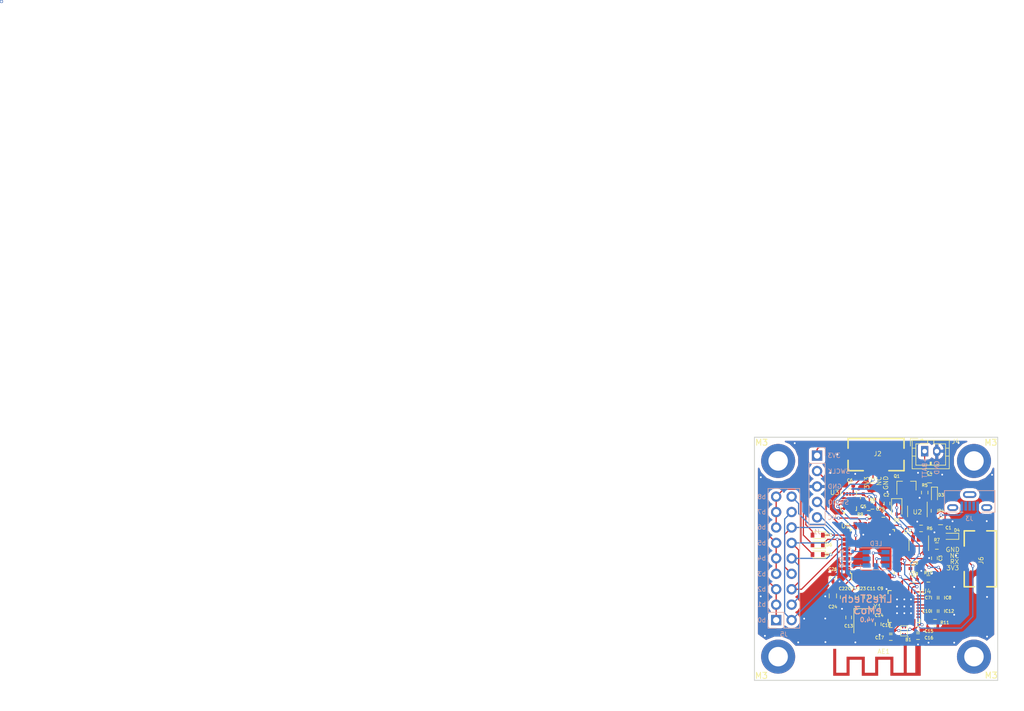
<source format=kicad_pcb>
(kicad_pcb (version 4) (host pcbnew 4.0.7)
  (title_block (title eMo3-MasterFace) (date 2018-05-21) (rev v4.0) (company LifeSTech) (comment 1 "Designed by Alejandro Angulo Llorente"))
  (layers (0 F.Cu signal) (31 B.Cu signal) (34 B.Paste user) (35 F.Paste user) (36 B.SilkS user) (37 F.SilkS user) (38 B.Mask user) (39 F.Mask user) (44 Edge.Cuts user))
  (net 0 "")
  (net 1 GND)
  (net 2 "Net-(AE1-Pad1)")
  (net 3 VBUS)
  (net 4 "Net-(C2-Pad1)")
  (net 5 +3V3)
  (net 6 +BATT)
  (net 7 "Net-(C11-Pad1)")
  (net 8 "Net-(D1-Pad1)")
  (net 9 "Net-(D1-Pad2)")
  (net 10 "Net-(D1-Pad3)")
  (net 11 /R)
  (net 12 /G)
  (net 13 /B)
  (net 14 "Net-(D3-Pad1)")
  (net 15 "Net-(D4-Pad2)")
  (net 16 "Net-(D5-Pad2)")
  (net 17 "Net-(D6-Pad2)")
  (net 18 "Net-(D7-Pad2)")
  (net 19 /SWCLK)
  (net 20 /SWDIO)
  (net 21 "Net-(J3-Pad3)")
  (net 22 "Net-(J3-Pad4)")
  (net 23 "Net-(J3-Pad2)")
  (net 24 "Net-(J3-Pad6)")
  (net 25 "Net-(R5-Pad1)")
  (net 26 "Net-(R6-Pad1)")
  (net 27 "Net-(U1-Pad4)")
  (net 28 "Net-(U3-Pad11)")
  (net 29 "Net-(U3-Pad10)")
  (net 30 "Net-(U3-Pad9)")
  (net 31 "Net-(U3-Pad4)")
  (net 32 "Net-(U4-Pad4)")
  (net 33 "Net-(U4-Pad14)")
  (net 34 "Net-(U4-Pad22)")
  (net 35 "Net-(U4-Pad25)")
  (net 36 "Net-(U4-Pad26)")
  (net 37 "Net-(C7-Pad2)")
  (net 38 "Net-(C10-Pad2)")
  (net 39 "Net-(C13-Pad1)")
  (net 40 "Net-(C14-Pad1)")
  (net 41 /NRST)
  (net 42 /CPU/P1)
  (net 43 /CPU/P2)
  (net 44 /CPU/P3)
  (net 45 "Net-(J2-Pad2)")
  (net 46 /TX)
  (net 47 /CPU/P4)
  (net 48 /RX)
  (net 49 /CPU/I2C_SCL)
  (net 50 /CPU/I2C_SDA)
  (net 51 /BLE/SPI_IRQ)
  (net 52 "Net-(R11-Pad2)")
  (net 53 /BLE/SPI_MOSI)
  (net 54 /BLE/SPI_SCK)
  (net 55 "Net-(U4-Pad13)")
  (net 56 "Net-(U4-Pad15)")
  (net 57 "Net-(U4-Pad16)")
  (net 58 "Net-(U4-Pad23)")
  (net 59 /BLE/SPI_MISO)
  (net 60 "Net-(U5-Pad2)")
  (net 61 "Net-(U5-Pad3)")
  (net 62 "Net-(U5-Pad14)")
  (net 63 "Net-(U5-Pad15)")
  (net 64 "Net-(U5-Pad18)")
  (net 65 "Net-(U5-Pad21)")
  (net 66 "Net-(U5-Pad22)")
  (net 67 "Net-(U5-Pad30)")
  (net 68 "Net-(B1-PadB1)")
  (net 69 "Net-(B1-PadB2)")
  (net 70 "Net-(J6-Pad3)")
  (module Vias:Vía_0.3mm (layer F.Cu) (at 153 94.1)
    (fp_text reference v)
    (fp_text value Vía_0.3mm)
    (pad 1 thru_hole circle (at 0 0) (size 0.5 0.5) (drill 0.3) (layers *.Cu) (net 1 GND))
  )
  (module Vias:Vía_0.3mm (layer F.Cu) (at 145.675 80.675)
    (fp_text reference v)
    (fp_text value Vía_0.3mm)
    (pad 1 thru_hole circle (at 0 0) (size 0.5 0.5) (drill 0.3) (layers *.Cu) (net 1 GND))
  )
  (module Vias:Vía_0.3mm (layer F.Cu) (at 145.525 96.675)
    (fp_text reference v)
    (fp_text value Vía_0.3mm)
    (pad 1 thru_hole circle (at 0 0) (size 0.5 0.5) (drill 0.3) (layers *.Cu) (net 1 GND))
  )
  (module Vias:Vía_0.3mm (layer F.Cu) (at 140.375 77.725)
    (fp_text reference v)
    (fp_text value Vía_0.3mm)
    (pad 1 thru_hole circle (at 0 0) (size 0.5 0.5) (drill 0.3) (layers *.Cu) (net 1 GND))
  )
  (module Vias:Vía_0.3mm (layer F.Cu) (at 136.275 77.575)
    (fp_text reference v)
    (fp_text value Vía_0.3mm)
    (pad 1 thru_hole circle (at 0 0) (size 0.5 0.5) (drill 0.3) (layers *.Cu) (net 1 GND))
  )
  (module Vias:Vía_0.3mm (layer F.Cu) (at 137.4 74.525)
    (fp_text reference v)
    (fp_text value Vía_0.3mm)
    (pad 1 thru_hole circle (at 0 0) (size 0.5 0.5) (drill 0.3) (layers *.Cu) (net 1 GND))
  )
  (module Vias:Vía_0.3mm (layer F.Cu) (at 130.425 72.675)
    (fp_text reference v)
    (fp_text value Vía_0.3mm)
    (pad 1 thru_hole circle (at 0 0) (size 0.5 0.5) (drill 0.3) (layers *.Cu) (net 1 GND))
  )
  (module Vias:Vía_0.3mm (layer F.Cu) (at 124.85 78.275)
    (fp_text reference v)
    (fp_text value Vía_0.3mm)
    (pad 1 thru_hole circle (at 0 0) (size 0.5 0.5) (drill 0.3) (layers *.Cu) (net 1 GND))
  )
  (module Vias:Vía_0.3mm (layer F.Cu) (at 124.825 97.875)
    (fp_text reference v)
    (fp_text value Vía_0.3mm)
    (pad 1 thru_hole circle (at 0 0) (size 0.5 0.5) (drill 0.3) (layers *.Cu) (net 1 GND))
  )
  (module Vias:Vía_0.3mm (layer F.Cu) (at 141.7 87.725)
    (fp_text reference v)
    (fp_text value Vía_0.3mm)
    (pad 1 thru_hole circle (at 0 0) (size 0.5 0.5) (drill 0.3) (layers *.Cu) (net 1 GND))
  )
  (module Vias:Vía_0.3mm (layer F.Cu) (at 146.075 87.7)
    (fp_text reference v)
    (fp_text value Vía_0.3mm)
    (pad 1 thru_hole circle (at 0 0) (size 0.5 0.5) (drill 0.3) (layers *.Cu) (net 1 GND))
  )
  (module Vias:Vía_0.3mm (layer F.Cu) (at 125.525 104.375)
    (fp_text reference v)
    (fp_text value Vía_0.3mm)
    (pad 1 thru_hole circle (at 0 0) (size 0.5 0.5) (drill 0.3) (layers *.Cu) (net 1 GND))
  )
  (module Vias:Vía_0.3mm (layer F.Cu) (at 135.45 97.875)
    (fp_text reference v)
    (fp_text value Vía_0.3mm)
    (pad 1 thru_hole circle (at 0 0) (size 0.5 0.5) (drill 0.3) (layers *.Cu) (net 1 GND))
  )
  (module Vias:Vía_0.3mm (layer F.Cu) (at 137.8 95.425)
    (fp_text reference v)
    (fp_text value Vía_0.3mm)
    (pad 1 thru_hole circle (at 0 0) (size 0.5 0.5) (drill 0.3) (layers *.Cu) (net 1 GND))
  )
  (module Vias:Vía_0.3mm (layer F.Cu) (at 138.2 99.925)
    (fp_text reference v)
    (fp_text value Vía_0.3mm)
    (pad 1 thru_hole circle (at 0 0) (size 0.5 0.5) (drill 0.3) (layers *.Cu) (net 1 GND))
  )
  (module Vias:Vía_0.3mm (layer F.Cu) (at 135.45 101.525)
    (fp_text reference v)
    (fp_text value Vía_0.3mm)
    (pad 1 thru_hole circle (at 0 0) (size 0.5 0.5) (drill 0.3) (layers *.Cu) (net 1 GND))
  )
  (module Vias:Vía_0.3mm (layer F.Cu) (at 131.975 101.55)
    (fp_text reference v)
    (fp_text value Vía_0.3mm)
    (pad 1 thru_hole circle (at 0 0) (size 0.5 0.5) (drill 0.3) (layers *.Cu) (net 1 GND))
  )
  (module Vias:Vía_0.3mm (layer F.Cu) (at 131 105.45)
    (fp_text reference v)
    (fp_text value Vía_0.3mm)
    (pad 1 thru_hole circle (at 0 0) (size 0.5 0.5) (drill 0.3) (layers *.Cu) (net 1 GND))
  )
  (module Vias:Vía_0.3mm (layer F.Cu) (at 135.475 105.4)
    (fp_text reference v)
    (fp_text value Vía_0.3mm)
    (pad 1 thru_hole circle (at 0 0) (size 0.5 0.5) (drill 0.3) (layers *.Cu) (net 1 GND))
  )
  (module Vias:Vía_0.3mm (layer F.Cu) (at 140.4 105.45)
    (fp_text reference v)
    (fp_text value Vía_0.3mm)
    (pad 1 thru_hole circle (at 0 0) (size 0.5 0.5) (drill 0.3) (layers *.Cu) (net 1 GND))
  )
  (module Vias:Vía_0.3mm (layer F.Cu) (at 144.375 104.2)
    (fp_text reference v)
    (fp_text value Vía_0.3mm)
    (pad 1 thru_hole circle (at 0 0) (size 0.5 0.5) (drill 0.3) (layers *.Cu) (net 1 GND))
  )
  (module Vias:Vía_0.3mm (layer F.Cu) (at 152.425 105.5)
    (fp_text reference v)
    (fp_text value Vía_0.3mm)
    (pad 1 thru_hole circle (at 0 0) (size 0.5 0.5) (drill 0.3) (layers *.Cu) (net 1 GND))
  )
  (module Vias:Vía_0.3mm (layer F.Cu) (at 150.7 77.55)
    (fp_text reference v)
    (fp_text value Vía_0.3mm)
    (pad 1 thru_hole circle (at 0 0) (size 0.5 0.5) (drill 0.3) (layers *.Cu) (net 1 GND))
  )
  (module Vias:Vía_0.3mm (layer F.Cu) (at 157.375 72.65)
    (fp_text reference v)
    (fp_text value Vía_0.3mm)
    (pad 1 thru_hole circle (at 0 0) (size 0.5 0.5) (drill 0.3) (layers *.Cu) (net 1 GND))
  )
  (module Vias:Vía_0.3mm (layer F.Cu) (at 162.875 77.875)
    (fp_text reference v)
    (fp_text value Vía_0.3mm)
    (pad 1 thru_hole circle (at 0 0) (size 0.5 0.5) (drill 0.3) (layers *.Cu) (net 1 GND))
  )
  (module Vias:Vía_0.3mm (layer F.Cu) (at 154.675 77.85)
    (fp_text reference v)
    (fp_text value Vía_0.3mm)
    (pad 1 thru_hole circle (at 0 0) (size 0.5 0.5) (drill 0.3) (layers *.Cu) (net 1 GND))
  )
  (module Vias:Vía_0.3mm (layer F.Cu) (at 153.4 87.35)
    (fp_text reference v)
    (fp_text value Vía_0.3mm)
    (pad 1 thru_hole circle (at 0 0) (size 0.5 0.5) (drill 0.3) (layers *.Cu) (net 1 GND))
  )
  (module Vias:Vía_0.3mm (layer F.Cu) (at 162 85.5)
    (fp_text reference v)
    (fp_text value Vía_0.3mm)
    (pad 1 thru_hole circle (at 0 0) (size 0.5 0.5) (drill 0.3) (layers *.Cu) (net 1 GND))
  )
  (module Vias:Vía_0.3mm (layer F.Cu) (at 156.95 91.175)
    (fp_text reference v)
    (fp_text value Vía_0.3mm)
    (pad 1 thru_hole circle (at 0 0) (size 0.5 0.5) (drill 0.3) (layers *.Cu) (net 1 GND))
  )
  (module Vias:Vía_0.3mm (layer F.Cu) (at 156.65 105.5)
    (fp_text reference v)
    (fp_text value Vía_0.3mm)
    (pad 1 thru_hole circle (at 0 0) (size 0.5 0.5) (drill 0.3) (layers *.Cu) (net 1 GND))
  )
  (module Vias:Vía_0.3mm (layer F.Cu) (at 162.05 104.5)
    (fp_text reference v)
    (fp_text value Vía_0.3mm)
    (pad 1 thru_hole circle (at 0 0) (size 0.5 0.5) (drill 0.3) (layers *.Cu) (net 1 GND))
  )
  (module Vias:Vía_0.3mm (layer F.Cu) (at 156.65 100.9)
    (fp_text reference v)
    (fp_text value Vía_0.3mm)
    (pad 1 thru_hole circle (at 0 0) (size 0.5 0.5) (drill 0.3) (layers *.Cu) (net 1 GND))
  )
  (module Vias:Vía_0.3mm (layer F.Cu) (at 156.65 96.325)
    (fp_text reference v)
    (fp_text value Vía_0.3mm)
    (pad 1 thru_hole circle (at 0 0) (size 0.5 0.5) (drill 0.3) (layers *.Cu) (net 1 GND))
  )
  (module Vias:Vía_0.3mm (layer F.Cu) (at 0 0)
    (fp_text reference v)
    (fp_text value Vía_0.3mm)
    (pad 1 thru_hole circle (at 0 0) (size 0.5 0.5) (drill 0.3) (layers *.Cu))
  )
  (module Vias:Vía_0.3mm (layer F.Cu) (at 0 0)
    (fp_text reference v)
    (fp_text value Vía_0.3mm)
    (pad 1 thru_hole circle (at 0 0) (size 0.5 0.5) (drill 0.3) (layers *.Cu))
  )
  (module Vias:Vía_0.3mm (layer F.Cu) (at 0 0)
    (fp_text reference v)
    (fp_text value Vía_0.3mm)
    (pad 1 thru_hole circle (at 0 0) (size 0.5 0.5) (drill 0.3) (layers *.Cu))
  )
  (module WLCSP_4pin_1.4x0.85mm_Pitch1x0.4mm (layer F.Cu) (at 148.35 103.6 90)
    (fp_text reference B1 (at -1.4 0.75 180) (layer F.SilkS) (effects (font (size 0.5 0.5) (thickness 0.1))))
    (fp_text value BALF-NRG-01D3)
    (pad A2 smd circle (at -0.45 -0.15 180) (size 0.22 0.22) (layers F.Cu F.Paste F.Mask) (net 1 GND))
    (pad A1 smd circle (at -0.45 0.25 180) (size 0.22 0.22) (layers F.Cu F.Paste F.Mask) (net 2 "Net-(AE1-Pad1)"))
    (pad B2 smd circle (at 0.55 -0.15 180) (size 0.22 0.22) (layers F.Cu F.Paste F.Mask) (net 69 "Net-(B1-PadB2)"))
    (pad B1 smd circle (at 0.55 0.25 180) (size 0.22 0.22) (layers F.Cu F.Paste F.Mask) (net 68 "Net-(B1-PadB1)"))
  )
  (module Mounting_Holes:MountingHole_3.2mm_M3_DIN965_Pad (layer F.Cu) (at 159.9 107.8)
    (fp_text reference M3 (at 2.83 3.08) (layer F.SilkS))
    (fp_text value MountingHole_3.2mm_M3_DIN965_Pad)
    (pad 1 thru_hole circle (at 0 0) (size 5.6 5.6) (drill 3.2) (layers *.Cu *.Mask))
  )
  (module Mounting_Holes:MountingHole_3.2mm_M3_DIN965_Pad (layer F.Cu) (at 127.7 107.8)
    (fp_text reference M3 (at -2.75 3.13) (layer F.SilkS))
    (fp_text value MountingHole_3.2mm_M3_DIN965_Pad)
    (pad 1 thru_hole circle (at 0 0) (size 5.6 5.6) (drill 3.2) (layers *.Cu *.Mask))
  )
  (module Mounting_Holes:MountingHole_3.2mm_M3_DIN965_Pad (layer F.Cu) (at 159.9 75.6)
    (fp_text reference M3 (at 2.78 -3.03) (layer F.SilkS))
    (fp_text value MountingHole_3.2mm_M3_DIN965_Pad)
    (pad 1 thru_hole circle (at 0 0) (size 5.6 5.6) (drill 3.2) (layers *.Cu *.Mask))
  )
  (module RF_Antennas:Texas_SWRA117D_2.4GHz_Right (layer F.Cu) (at 148.6 105.8 180)
    (fp_text reference AE1 (at 3.55 -1.15 180) (layer F.SilkS) (effects (font (size 0.75 0.75) (thickness 0.1))))
    (fp_text value Antenna_Shield)
    (fp_poly (pts (xy 2.45 -2.51) (xy 4.45 -2.51) (xy 4.45 -5.15) (xy 7.15 -5.15) (xy 7.15 -2.51) (xy 9.15 -2.51) (xy 9.15 -5.15) (xy 11.85 -5.15) (xy 11.85 -0.71) (xy 11.35 -0.71) (xy 11.35 -4.65) (xy 9.65 -4.65) (xy 9.65 -2.01) (xy 6.65 -2.01) (xy 6.65 -4.65) (xy 4.95 -4.65) (xy 4.95 -2.01) (xy 1.95 -2.01) (xy 1.95 -4.65) (xy 0.25 -4.65) (xy 0.25 0.25) (xy -0.25 0.25) (xy -0.25 -4.65) (xy -1.65 -4.65) (xy -1.65 0.25) (xy -2.55 0.25) (xy -2.55 0.006785) (xy -2.247583 0.006785) (xy -2.237742 0.054395) (xy -2.213674 0.096797) (xy -2.175731 0.129581) (xy -2.167819 0.133935) (xy -2.125156 0.146043) (xy -2.076637 0.1453) (xy -2.031122 0.1324) (xy -2.012511 0.121787) (xy -1.978868 0.086553) (xy -1.958309 0.041368) (xy -1.951778 -0.008158) (xy -1.960218 -0.056417) (xy -1.977112 -0.088643) (xy -2.012372 -0.121313) (xy -2.057682 -0.141408) (xy -2.107267 -0.147982) (xy -2.155353 -0.140092) (xy -2.188245 -0.123186) (xy -2.223185 -0.086416) (xy -2.242847 -0.041622) (xy -2.247583 0.006785) (xy -2.55 0.006785) (xy -2.55 -5.15) (xy 2.45 -5.15) (xy 2.45 -2.51)) (layer F.Cu) (width 0))
    (pad 2 thru_hole rect (at -2.1 0 180) (size 0.9 0.5) (drill 0.3) (layers *.Cu) (net 1 GND))
    (pad 1 connect rect (at 0 0 180) (size 0.5 0.5) (layers F.Cu) (net 2 "Net-(AE1-Pad1)"))
  )
  (module Capacitors_SMD:C_0603 (layer F.Cu) (at 154.4 85.5)
    (fp_text reference C1 (at 1.3 1.1 180) (layer F.SilkS) (effects (font (size 0.5 0.5) (thickness 0.1))))
    (fp_text value 4.7µF)
    (pad 2 smd rect (at 0.75 0) (size 0.8 0.75) (layers F.Cu F.Paste F.Mask) (net 1 GND))
    (pad 1 smd rect (at -0.75 0) (size 0.8 0.75) (layers F.Cu F.Paste F.Mask) (net 3 VBUS))
  )
  (module Capacitors_SMD:C_0402 (layer F.Cu) (at 145.6 82.6 270)
    (fp_text reference C2 (at -1.4 0.1 360) (layer F.SilkS) (effects (font (size 0.5 0.5) (thickness 0.1))))
    (fp_text value 1µF)
    (pad 1 smd rect (at -0.55 0 270) (size 0.6 0.5) (layers F.Cu F.Paste F.Mask) (net 4 "Net-(C2-Pad1)"))
    (pad 2 smd rect (at 0.55 0 270) (size 0.6 0.5) (layers F.Cu F.Paste F.Mask) (net 1 GND))
  )
  (module Capacitors_SMD:C_0402 (layer F.Cu) (at 153.4 91.6 270)
    (fp_text reference C3 (at 0 -1 270) (layer F.SilkS) (effects (font (size 0.5 0.5) (thickness 0.1))))
    (fp_text value 1µF)
    (pad 1 smd rect (at -0.55 0 270) (size 0.6 0.5) (layers F.Cu F.Paste F.Mask) (net 5 +3V3))
    (pad 2 smd rect (at 0.55 0 270) (size 0.6 0.5) (layers F.Cu F.Paste F.Mask) (net 1 GND))
  )
  (module Capacitors_SMD:C_0603 (layer F.Cu) (at 152.6 78.6)
    (fp_text reference C4 (at 0 -1) (layer F.SilkS) (effects (font (size 0.5 0.5) (thickness 0.1))))
    (fp_text value 4.7µF)
    (pad 2 smd rect (at 0.75 0) (size 0.8 0.75) (layers F.Cu F.Paste F.Mask) (net 1 GND))
    (pad 1 smd rect (at -0.75 0) (size 0.8 0.75) (layers F.Cu F.Paste F.Mask) (net 6 +BATT))
  )
  (module Capacitors_SMD:C_0402 (layer F.Cu) (at 141.7 81.6 270)
    (fp_text reference C5 (at 1.5 0 360) (layer F.SilkS) (effects (font (size 0.5 0.5) (thickness 0.1))))
    (fp_text value 0.1µF)
    (pad 1 smd rect (at -0.55 0 270) (size 0.6 0.5) (layers F.Cu F.Paste F.Mask) (net 5 +3V3))
    (pad 2 smd rect (at 0.55 0 270) (size 0.6 0.5) (layers F.Cu F.Paste F.Mask) (net 1 GND))
  )
  (module Capacitors_SMD:C_0402 (layer F.Cu) (at 139.5 79.7 180)
    (fp_text reference C6 (at 0 0.9 360) (layer F.SilkS) (effects (font (size 0.5 0.5) (thickness 0.1))))
    (fp_text value 0.1µF)
    (pad 1 smd rect (at -0.55 0 180) (size 0.6 0.5) (layers F.Cu F.Paste F.Mask) (net 5 +3V3))
    (pad 2 smd rect (at 0.55 0 180) (size 0.6 0.5) (layers F.Cu F.Paste F.Mask) (net 1 GND))
  )
  (module Capacitors_SMD:C_0402 (layer F.Cu) (at 153.4 98.1 270)
    (fp_text reference C7 (at 0 1.1 360) (layer F.SilkS) (effects (font (size 0.5 0.5) (thickness 0.1))))
    (fp_text value 100pF)
    (pad 1 smd rect (at -0.55 0 270) (size 0.6 0.5) (layers F.Cu F.Paste F.Mask) (net 1 GND))
    (pad 2 smd rect (at 0.55 0 270) (size 0.6 0.5) (layers F.Cu F.Paste F.Mask) (net 37 "Net-(C7-Pad2)"))
  )
  (module Capacitors_SMD:C_0402 (layer F.Cu) (at 154.6 98.1 270)
    (fp_text reference C8 (at 0 -1.1 360) (layer F.SilkS) (effects (font (size 0.5 0.5) (thickness 0.1))))
    (fp_text value 150nF)
    (pad 1 smd rect (at -0.55 0 270) (size 0.6 0.5) (layers F.Cu F.Paste F.Mask) (net 1 GND))
    (pad 2 smd rect (at 0.55 0 270) (size 0.6 0.5) (layers F.Cu F.Paste F.Mask) (net 37 "Net-(C7-Pad2)"))
  )
  (module Capacitors_SMD:C_0402 (layer F.Cu) (at 144.5 98 90)
    (fp_text reference C9 (at 1.4 0 180) (layer F.SilkS) (effects (font (size 0.5 0.5) (thickness 0.1))))
    (fp_text value 100pF)
    (pad 1 smd rect (at -0.55 0 90) (size 0.6 0.5) (layers F.Cu F.Paste F.Mask) (net 7 "Net-(C11-Pad1)"))
    (pad 2 smd rect (at 0.55 0 90) (size 0.6 0.5) (layers F.Cu F.Paste F.Mask) (net 1 GND))
  )
  (module Capacitors_SMD:C_0402 (layer F.Cu) (at 153.4 100.3 90)
    (fp_text reference C10 (at 0 -1.3 180) (layer F.SilkS) (effects (font (size 0.5 0.5) (thickness 0.1))))
    (fp_text value 1µF)
    (pad 1 smd rect (at -0.55 0 90) (size 0.6 0.5) (layers F.Cu F.Paste F.Mask) (net 1 GND))
    (pad 2 smd rect (at 0.55 0 90) (size 0.6 0.5) (layers F.Cu F.Paste F.Mask) (net 38 "Net-(C10-Pad2)"))
  )
  (module Capacitors_SMD:C_0402 (layer F.Cu) (at 143 98 90)
    (fp_text reference C11 (at 1.4 0 180) (layer F.SilkS) (effects (font (size 0.5 0.5) (thickness 0.1))))
    (fp_text value 0.1µF)
    (pad 1 smd rect (at -0.55 0 90) (size 0.6 0.5) (layers F.Cu F.Paste F.Mask) (net 7 "Net-(C11-Pad1)"))
    (pad 2 smd rect (at 0.55 0 90) (size 0.6 0.5) (layers F.Cu F.Paste F.Mask) (net 1 GND))
  )
  (module Capacitors_SMD:C_0402 (layer F.Cu) (at 139.3 101.35 270)
    (fp_text reference C13 (at 1.4 0 360) (layer F.SilkS) (effects (font (size 0.5 0.5) (thickness 0.1))))
    (fp_text value 15pF)
    (pad 1 smd rect (at -0.55 0 270) (size 0.6 0.5) (layers F.Cu F.Paste F.Mask) (net 39 "Net-(C13-Pad1)"))
    (pad 2 smd rect (at 0.55 0 270) (size 0.6 0.5) (layers F.Cu F.Paste F.Mask) (net 1 GND))
  )
  (module Capacitors_SMD:C_0402 (layer F.Cu) (at 144.15 102.45 90)
    (fp_text reference C14 (at 1.45 0.15 360) (layer F.SilkS) (effects (font (size 0.5 0.5) (thickness 0.1))))
    (fp_text value 15pF)
    (pad 1 smd rect (at -0.55 0 90) (size 0.6 0.5) (layers F.Cu F.Paste F.Mask) (net 40 "Net-(C14-Pad1)"))
    (pad 2 smd rect (at 0.55 0 90) (size 0.6 0.5) (layers F.Cu F.Paste F.Mask) (net 1 GND))
  )
  (module LEDs:LED_RGB_PLCC-6 (layer B.Cu) (at 143.8 91.7)
    (fp_text reference LED (at 0 -2.5) (layer B.SilkS) (effects (font (size 0.75 0.75) (thickness 0.1)) (justify mirror)))
    (fp_text value LED_ARGB)
    (pad 1 smd rect (at -1.55 1.1 270) (size 0.7 1.3) (layers B.Cu B.Paste B.Mask) (net 8 "Net-(D1-Pad1)"))
    (pad 2 smd rect (at -1.55 0 270) (size 0.7 1.3) (layers B.Cu B.Paste B.Mask) (net 9 "Net-(D1-Pad2)"))
    (pad 3 smd rect (at -1.55 -1.1 270) (size 0.7 1.3) (layers B.Cu B.Paste B.Mask) (net 10 "Net-(D1-Pad3)"))
    (pad 4 smd rect (at 1.55 -1.1 270) (size 0.7 1.3) (layers B.Cu B.Paste B.Mask) (net 11 /R))
    (pad 5 smd rect (at 1.55 0 270) (size 0.7 1.3) (layers B.Cu B.Paste B.Mask) (net 12 /G))
    (pad 6 smd rect (at 1.55 1.1 270) (size 0.7 1.3) (layers B.Cu B.Paste B.Mask) (net 13 /B))
  )
  (module Diodes_SMD:D_SOD-323 (layer F.Cu) (at 147.2 83.3 270)
    (fp_text reference D2 (at 2 0 360) (layer F.SilkS) (effects (font (size 0.5 0.5) (thickness 0.1))))
    (fp_text value BAT20J)
    (pad 1 smd rect (at -1.05 0 270) (size 0.6 0.45) (layers F.Cu F.Paste F.Mask) (net 4 "Net-(C2-Pad1)"))
    (pad 2 smd rect (at 1.05 0 270) (size 0.6 0.45) (layers F.Cu F.Paste F.Mask) (net 3 VBUS))
  )
  (module LEDs:LED_0603 (layer F.Cu) (at 153.4 81.2 270)
    (fp_text reference D3 (at 0 -1.1 540) (layer F.SilkS) (effects (font (size 0.5 0.5) (thickness 0.1))))
    (fp_text value LED)
    (pad 2 smd rect (at 0.8 0 90) (size 0.8 0.8) (layers F.Cu F.Paste F.Mask) (net 3 VBUS))
    (pad 1 smd rect (at -0.8 0 90) (size 0.8 0.8) (layers F.Cu F.Paste F.Mask) (net 14 "Net-(D3-Pad1)"))
  )
  (module LEDs:LED_0603 (layer F.Cu) (at 156.1 88 180)
    (fp_text reference D4 (at -1 1 360) (layer F.SilkS) (effects (font (size 0.5 0.5) (thickness 0.1))))
    (fp_text value LED)
    (pad 2 smd rect (at 0.8 0) (size 0.8 0.8) (layers F.Cu F.Paste F.Mask) (net 15 "Net-(D4-Pad2)"))
    (pad 1 smd rect (at -0.8 0) (size 0.8 0.8) (layers F.Cu F.Paste F.Mask) (net 1 GND))
  )
  (module Diodes_SMD:D_0603 (layer F.Cu) (at 134.2 87.8 180)
    (fp_text reference D5 (at -1.9 0.015 360) (layer F.SilkS) (effects (font (size 0.5 0.5) (thickness 0.1))))
    (fp_text value D)
    (pad 1 smd rect (at -0.85 0 180) (size 0.6 0.8) (layers F.Cu F.Paste F.Mask) (net 42 /CPU/P1))
    (pad 2 smd rect (at 0.85 0 180) (size 0.6 0.8) (layers F.Cu F.Paste F.Mask) (net 16 "Net-(D5-Pad2)"))
  )
  (module Diodes_SMD:D_0603 (layer F.Cu) (at 134.2 89.4 180)
    (fp_text reference D6 (at -1.9 0.005 360) (layer F.SilkS) (effects (font (size 0.5 0.5) (thickness 0.1))))
    (fp_text value D)
    (pad 1 smd rect (at -0.85 0 180) (size 0.6 0.8) (layers F.Cu F.Paste F.Mask) (net 43 /CPU/P2))
    (pad 2 smd rect (at 0.85 0 180) (size 0.6 0.8) (layers F.Cu F.Paste F.Mask) (net 17 "Net-(D6-Pad2)"))
  )
  (module Diodes_SMD:D_0603 (layer F.Cu) (at 134.2 91 180)
    (fp_text reference D7 (at -1.9 0.025 360) (layer F.SilkS) (effects (font (size 0.5 0.5) (thickness 0.1))))
    (fp_text value D)
    (pad 1 smd rect (at -0.85 0 180) (size 0.6 0.8) (layers F.Cu F.Paste F.Mask) (net 44 /CPU/P3))
    (pad 2 smd rect (at 0.85 0 180) (size 0.6 0.8) (layers F.Cu F.Paste F.Mask) (net 18 "Net-(D7-Pad2)"))
  )
  (module Pin_Headers:Pin_Header_Straight_1x05_Pitch2.54mm (layer B.Cu) (at 134.1 74.72 180)
    (fp_text reference J1 (at 0 -12.54 180) (layer B.SilkS) (effects (font (size 0.75 0.75) (thickness 0.1)) (justify mirror)))
    (fp_text value Conn_01x05)
    (pad 1 thru_hole rect (at 0 0 180) (size 1.7 1.7) (drill 1) (layers *.Cu *.Mask) (net 5 +3V3))
    (pad 2 thru_hole oval (at 0 -2.54 180) (size 1.7 1.7) (drill 1) (layers *.Cu *.Mask) (net 19 /SWCLK))
    (pad 3 thru_hole oval (at 0 -5.08 180) (size 1.7 1.7) (drill 1) (layers *.Cu *.Mask) (net 1 GND))
    (pad 4 thru_hole oval (at 0 -7.62 180) (size 1.7 1.7) (drill 1) (layers *.Cu *.Mask) (net 20 /SWDIO))
    (pad 5 thru_hole oval (at 0 -10.16 180) (size 1.7 1.7) (drill 1) (layers *.Cu *.Mask) (net 41 /NRST))
  )
  (module Connectors_FPC:200528-0040 (layer F.Cu) (at 143.8 77.2 180)
    (fp_text reference J2 (at -0.26346 2.77249 180) (layer F.SilkS) (effects (font (size 0.75 0.75) (thickness 0.1))))
    (fp_text value Conn_01x04 hide)
    (pad 1 smd rect (at -1.5 0 180) (size 0.4 1) (layers F.Cu F.Paste F.Mask) (net 1 GND))
    (pad 2 smd rect (at -0.5 0 180) (size 0.4 1) (layers F.Cu F.Paste F.Mask) (net 45 "Net-(J2-Pad2)"))
    (pad 3 smd rect (at 0.5 0 180) (size 0.4 1) (layers F.Cu F.Paste F.Mask) (net 46 /TX))
    (pad 4 smd rect (at 1.5 0 180) (size 0.4 1) (layers F.Cu F.Paste F.Mask) (net 5 +3V3))
    (pad 5 smd rect (at -4.3 2.7 270) (size 1.3 2) (layers F.Cu F.Paste F.Mask))
    (pad 6 smd rect (at 4.3 2.7 270) (size 1.3 2) (layers F.Cu F.Paste F.Mask))
  )
  (module Connectors_USB:USB_Micro-B_Vertical_Molex-105133-0001 (layer B.Cu) (at 159.2 82.2)
    (fp_text reference J3 (at -0.05 2.875) (layer B.SilkS) (effects (font (size 0.75 0.75) (thickness 0.1)) (justify mirror)))
    (fp_text value USB_OTG)
    (pad 3 smd rect (at 0 0.825) (size 0.45 1.5) (layers B.Cu B.Paste B.Mask) (net 21 "Net-(J3-Pad3)"))
    (pad 4 smd rect (at 0.65 0.825) (size 0.45 1.5) (layers B.Cu B.Paste B.Mask) (net 22 "Net-(J3-Pad4)"))
    (pad 2 smd rect (at -0.65 0.825) (size 0.45 1.5) (layers B.Cu B.Paste B.Mask) (net 23 "Net-(J3-Pad2)"))
    (pad 5 smd rect (at 1.3 0.825) (size 0.45 1.5) (layers B.Cu B.Paste B.Mask) (net 1 GND))
    (pad 1 smd rect (at -1.3 0.825) (size 0.45 1.5) (layers B.Cu B.Paste B.Mask) (net 3 VBUS))
    (pad 6 thru_hole oval (at -2.8 1.075) (size 1.8 1.1) (drill oval 1.2 0.5) (layers *.Cu *.Mask) (net 24 "Net-(J3-Pad6)"))
    (pad 6 thru_hole oval (at 2.8 1.075) (size 1.8 1.1) (drill oval 1.2 0.5) (layers *.Cu *.Mask) (net 24 "Net-(J3-Pad6)"))
    (pad 6 thru_hole oval (at 0 -1.075) (size 2.2 1.1) (drill oval 1.6 0.5) (layers *.Cu *.Mask) (net 24 "Net-(J3-Pad6)"))
  )
  (module Connectors_JST:JST_PH_B2B-PH-K_02x2.00mm_Straight (layer F.Cu) (at 151.79 73.99)
    (fp_text reference J4 (at 5.11 -1.59) (layer F.SilkS) (effects (font (size 0.75 0.75) (thickness 0.1))))
    (fp_text value LiPo)
    (pad 1 thru_hole rect (at 0 0) (size 1.2 1.7) (drill 0.75) (layers *.Cu *.Mask) (net 6 +BATT))
    (pad 2 thru_hole oval (at 2 0) (size 1.2 1.7) (drill 0.75) (layers *.Cu *.Mask) (net 1 GND))
  )
  (module Pin_Headers:Pin_Header_Straight_2x09_Pitch2.54mm (layer B.Cu) (at 127.375 101.785)
    (fp_text reference J5 (at 1.27 2.33) (layer B.SilkS) (effects (font (size 0.75 0.75) (thickness 0.1)) (justify mirror)))
    (fp_text value Conn_02x09_Odd_Even)
    (pad 1 thru_hole rect (at 0 0) (size 1.7 1.7) (drill 1) (layers *.Cu *.Mask) (net 16 "Net-(D5-Pad2)"))
    (pad 2 thru_hole oval (at 2.54 0) (size 1.7 1.7) (drill 1) (layers *.Cu *.Mask) (net 43 /CPU/P2))
    (pad 3 thru_hole oval (at 0 -2.54) (size 1.7 1.7) (drill 1) (layers *.Cu *.Mask) (net 16 "Net-(D5-Pad2)"))
    (pad 4 thru_hole oval (at 2.54 -2.54) (size 1.7 1.7) (drill 1) (layers *.Cu *.Mask) (net 44 /CPU/P3))
    (pad 5 thru_hole oval (at 0 -5.08) (size 1.7 1.7) (drill 1) (layers *.Cu *.Mask) (net 16 "Net-(D5-Pad2)"))
    (pad 6 thru_hole oval (at 2.54 -5.08) (size 1.7 1.7) (drill 1) (layers *.Cu *.Mask) (net 47 /CPU/P4))
    (pad 7 thru_hole oval (at 0 -7.62) (size 1.7 1.7) (drill 1) (layers *.Cu *.Mask) (net 17 "Net-(D6-Pad2)"))
    (pad 8 thru_hole oval (at 2.54 -7.62) (size 1.7 1.7) (drill 1) (layers *.Cu *.Mask) (net 42 /CPU/P1))
    (pad 9 thru_hole oval (at 0 -10.16) (size 1.7 1.7) (drill 1) (layers *.Cu *.Mask) (net 17 "Net-(D6-Pad2)"))
    (pad 10 thru_hole oval (at 2.54 -10.16) (size 1.7 1.7) (drill 1) (layers *.Cu *.Mask) (net 44 /CPU/P3))
    (pad 11 thru_hole oval (at 0 -12.7) (size 1.7 1.7) (drill 1) (layers *.Cu *.Mask) (net 17 "Net-(D6-Pad2)"))
    (pad 12 thru_hole oval (at 2.54 -12.7) (size 1.7 1.7) (drill 1) (layers *.Cu *.Mask) (net 47 /CPU/P4))
    (pad 13 thru_hole oval (at 0 -15.24) (size 1.7 1.7) (drill 1) (layers *.Cu *.Mask) (net 18 "Net-(D7-Pad2)"))
    (pad 14 thru_hole oval (at 2.54 -15.24) (size 1.7 1.7) (drill 1) (layers *.Cu *.Mask) (net 42 /CPU/P1))
    (pad 15 thru_hole oval (at 0 -17.78) (size 1.7 1.7) (drill 1) (layers *.Cu *.Mask) (net 18 "Net-(D7-Pad2)"))
    (pad 16 thru_hole oval (at 2.54 -17.78) (size 1.7 1.7) (drill 1) (layers *.Cu *.Mask) (net 43 /CPU/P2))
    (pad 17 thru_hole oval (at 0 -20.32) (size 1.7 1.7) (drill 1) (layers *.Cu *.Mask) (net 18 "Net-(D7-Pad2)"))
    (pad 18 thru_hole oval (at 2.54 -20.32) (size 1.7 1.7) (drill 1) (layers *.Cu *.Mask) (net 47 /CPU/P4))
  )
  (module TO_SOT_Packages_SMD:SOT-23 (layer F.Cu) (at 148.8 79.7 90)
    (fp_text reference Q1 (at 1.6 -1.6 180) (layer F.SilkS) (effects (font (size 0.5 0.5) (thickness 0.1))))
    (fp_text value TSM2307CX)
    (pad 1 smd rect (at -1 -0.95 90) (size 0.9 0.8) (layers F.Cu F.Paste F.Mask) (net 3 VBUS))
    (pad 2 smd rect (at -1 0.95 90) (size 0.9 0.8) (layers F.Cu F.Paste F.Mask) (net 4 "Net-(C2-Pad1)"))
    (pad 3 smd rect (at 1 0 90) (size 0.9 0.8) (layers F.Cu F.Paste F.Mask) (net 6 +BATT))
  )
  (module Resistors_SMD:R_0402 (layer B.Cu) (at 139.5 90.5)
    (fp_text reference R1 (at -1.4 0) (layer B.SilkS) (effects (font (size 0.5 0.5) (thickness 0.1)) (justify mirror)))
    (fp_text value 220)
    (pad 1 smd rect (at -0.45 0) (size 0.4 0.6) (layers B.Cu B.Paste B.Mask) (net 1 GND))
    (pad 2 smd rect (at 0.45 0) (size 0.4 0.6) (layers B.Cu B.Paste B.Mask) (net 10 "Net-(D1-Pad3)"))
  )
  (module Resistors_SMD:R_0402 (layer B.Cu) (at 139.5 91.7)
    (fp_text reference R2 (at -1.4 0) (layer B.SilkS) (effects (font (size 0.5 0.5) (thickness 0.1)) (justify mirror)))
    (fp_text value 220)
    (pad 1 smd rect (at -0.45 0) (size 0.4 0.6) (layers B.Cu B.Paste B.Mask) (net 1 GND))
    (pad 2 smd rect (at 0.45 0) (size 0.4 0.6) (layers B.Cu B.Paste B.Mask) (net 9 "Net-(D1-Pad2)"))
  )
  (module Resistors_SMD:R_0402 (layer B.Cu) (at 139.5 92.8)
    (fp_text reference R3 (at -1.4 0) (layer B.SilkS) (effects (font (size 0.5 0.5) (thickness 0.1)) (justify mirror)))
    (fp_text value 220)
    (pad 1 smd rect (at -0.45 0) (size 0.4 0.6) (layers B.Cu B.Paste B.Mask) (net 1 GND))
    (pad 2 smd rect (at 0.45 0) (size 0.4 0.6) (layers B.Cu B.Paste B.Mask) (net 8 "Net-(D1-Pad1)"))
  )
  (module Resistors_SMD:R_0402 (layer F.Cu) (at 153.4 83.8 270)
    (fp_text reference R4 (at 0 -1.1 540) (layer F.SilkS) (effects (font (size 0.5 0.5) (thickness 0.1))))
    (fp_text value 10k)
    (pad 1 smd rect (at -0.45 0 270) (size 0.4 0.6) (layers F.Cu F.Paste F.Mask) (net 3 VBUS))
    (pad 2 smd rect (at 0.45 0 270) (size 0.4 0.6) (layers F.Cu F.Paste F.Mask) (net 1 GND))
  )
  (module Resistors_SMD:R_0402 (layer F.Cu) (at 151.8 80.8 90)
    (fp_text reference R5 (at 1.2 0 180) (layer F.SilkS) (effects (font (size 0.5 0.5) (thickness 0.1))))
    (fp_text value 470)
    (pad 1 smd rect (at -0.45 0 90) (size 0.4 0.6) (layers F.Cu F.Paste F.Mask) (net 25 "Net-(R5-Pad1)"))
    (pad 2 smd rect (at 0.45 0 90) (size 0.4 0.6) (layers F.Cu F.Paste F.Mask) (net 14 "Net-(D3-Pad1)"))
  )
  (module Resistors_SMD:R_0402 (layer F.Cu) (at 151.2 86.7 180)
    (fp_text reference R6 (at -1.4 0 180) (layer F.SilkS) (effects (font (size 0.5 0.5) (thickness 0.1))))
    (fp_text value 2k)
    (pad 1 smd rect (at -0.45 0 180) (size 0.4 0.6) (layers F.Cu F.Paste F.Mask) (net 26 "Net-(R6-Pad1)"))
    (pad 2 smd rect (at 0.45 0 180) (size 0.4 0.6) (layers F.Cu F.Paste F.Mask) (net 1 GND))
  )
  (module Resistors_SMD:R_0402 (layer F.Cu) (at 153.8 89.6)
    (fp_text reference R7 (at 0 -1 180) (layer F.SilkS) (effects (font (size 0.5 0.5) (thickness 0.1))))
    (fp_text value 1k)
    (pad 1 smd rect (at -0.45 0) (size 0.4 0.6) (layers F.Cu F.Paste F.Mask) (net 5 +3V3))
    (pad 2 smd rect (at 0.45 0) (size 0.4 0.6) (layers F.Cu F.Paste F.Mask) (net 15 "Net-(D4-Pad2)"))
  )
  (module TO_SOT_Packages_SMD:SOT-23-5 (layer F.Cu) (at 150.825 89.45 270)
    (fp_text reference U1 (at -2.3 1.8 540) (layer F.SilkS) (effects (font (size 0.75 0.75) (thickness 0.1))))
    (fp_text value AP2112K-3.3)
    (pad 1 smd rect (at -1.1 -0.95 270) (size 1.06 0.65) (layers F.Cu F.Paste F.Mask) (net 4 "Net-(C2-Pad1)"))
    (pad 2 smd rect (at -1.1 0 270) (size 1.06 0.65) (layers F.Cu F.Paste F.Mask) (net 1 GND))
    (pad 3 smd rect (at -1.1 0.95 270) (size 1.06 0.65) (layers F.Cu F.Paste F.Mask) (net 4 "Net-(C2-Pad1)"))
    (pad 4 smd rect (at 1.1 0.95 270) (size 1.06 0.65) (layers F.Cu F.Paste F.Mask) (net 27 "Net-(U1-Pad4)"))
    (pad 5 smd rect (at 1.1 -0.95 270) (size 1.06 0.65) (layers F.Cu F.Paste F.Mask) (net 5 +3V3))
  )
  (module TO_SOT_Packages_SMD:SOT-23-5 (layer F.Cu) (at 150.6 83.9 270)
    (fp_text reference U2 (at 0.1 0 360) (layer F.SilkS) (effects (font (size 0.75 0.75) (thickness 0.1))))
    (fp_text value MCP73831-2-OT)
    (pad 1 smd rect (at -1.1 -0.95 270) (size 1.06 0.65) (layers F.Cu F.Paste F.Mask) (net 25 "Net-(R5-Pad1)"))
    (pad 2 smd rect (at -1.1 0 270) (size 1.06 0.65) (layers F.Cu F.Paste F.Mask) (net 1 GND))
    (pad 3 smd rect (at -1.1 0.95 270) (size 1.06 0.65) (layers F.Cu F.Paste F.Mask) (net 6 +BATT))
    (pad 4 smd rect (at 1.1 0.95 270) (size 1.06 0.65) (layers F.Cu F.Paste F.Mask) (net 3 VBUS))
    (pad 5 smd rect (at 1.1 -0.95 270) (size 1.06 0.65) (layers F.Cu F.Paste F.Mask) (net 26 "Net-(R6-Pad1)"))
  )
  (module LGA:LGA-14_2.5X3X0.86mm (layer F.Cu) (at 139.3 82.2 90)
    (fp_text reference U3 (at 1.4 -2.3 180) (layer F.SilkS) (effects (font (size 0.75 0.75) (thickness 0.1))))
    (fp_text value LSM6DS3)
    (pad 14 smd rect (at -0.5 -0.925 180) (size 0.58 0.35) (layers F.Cu F.Paste F.Mask) (net 50 /CPU/I2C_SDA))
    (pad 13 smd rect (at 0 -0.925 180) (size 0.58 0.35) (layers F.Cu F.Paste F.Mask) (net 49 /CPU/I2C_SCL))
    (pad 12 smd rect (at 0.5 -0.925 180) (size 0.58 0.35) (layers F.Cu F.Paste F.Mask) (net 5 +3V3))
    (pad 11 smd rect (at 1.175 -0.75 270) (size 0.58 0.35) (layers F.Cu F.Paste F.Mask) (net 28 "Net-(U3-Pad11)"))
    (pad 10 smd rect (at 1.175 -0.25 270) (size 0.58 0.35) (layers F.Cu F.Paste F.Mask) (net 29 "Net-(U3-Pad10)"))
    (pad 9 smd rect (at 1.175 0.25 270) (size 0.58 0.35) (layers F.Cu F.Paste F.Mask) (net 30 "Net-(U3-Pad9)"))
    (pad 8 smd rect (at 1.175 0.75 270) (size 0.58 0.35) (layers F.Cu F.Paste F.Mask) (net 5 +3V3))
    (pad 5 smd rect (at -0.5 0.925 180) (size 0.58 0.35) (layers F.Cu F.Paste F.Mask) (net 5 +3V3))
    (pad 6 smd rect (at 0 0.925 180) (size 0.58 0.35) (layers F.Cu F.Paste F.Mask) (net 1 GND))
    (pad 7 smd rect (at 0.5 0.925 180) (size 0.58 0.35) (layers F.Cu F.Paste F.Mask) (net 1 GND))
    (pad 1 smd rect (at -1.175 -0.75 270) (size 0.58 0.35) (layers F.Cu F.Paste F.Mask) (net 1 GND))
    (pad 2 smd rect (at -1.175 -0.25 270) (size 0.58 0.35) (layers F.Cu F.Paste F.Mask) (net 1 GND))
    (pad 3 smd rect (at -1.175 0.25 270) (size 0.58 0.35) (layers F.Cu F.Paste F.Mask) (net 1 GND))
    (pad 4 smd rect (at -1.175 0.75 270) (size 0.58 0.35) (layers F.Cu F.Paste F.Mask) (net 31 "Net-(U3-Pad4)"))
  )
  (module Mounting_Holes:MountingHole_3.2mm_M3_DIN965_Pad (layer F.Cu) (at 127.7 75.6)
    (fp_text reference M3 (at -2.72 -3.04) (layer F.SilkS))
    (fp_text value MountingHole_3.2mm_M3_DIN965_Pad)
    (pad 1 thru_hole circle (at 0 0) (size 5.6 5.6) (drill 3.2) (layers *.Cu *.Mask))
  )
  (module Capacitors_SMD:C_0402 (layer F.Cu) (at 154.6 100.3 90)
    (fp_text reference C12 (at 0 1.3 180) (layer F.SilkS) (effects (font (size 0.5 0.5) (thickness 0.1))))
    (fp_text value 0.1µF)
    (pad 1 smd rect (at -0.55 0 90) (size 0.6 0.5) (layers F.Cu F.Paste F.Mask) (net 1 GND))
    (pad 2 smd rect (at 0.55 0 90) (size 0.6 0.5) (layers F.Cu F.Paste F.Mask) (net 38 "Net-(C10-Pad2)"))
  )
  (module Capacitors_SMD:C_0402 (layer F.Cu) (at 150.7 103.3)
    (fp_text reference C15 (at 1.8 0.3) (layer F.SilkS) (effects (font (size 0.5 0.5) (thickness 0.1))))
    (fp_text value 1µF)
    (pad 1 smd rect (at -0.55 0) (size 0.6 0.5) (layers F.Cu F.Paste F.Mask) (net 5 +3V3))
    (pad 2 smd rect (at 0.55 0) (size 0.6 0.5) (layers F.Cu F.Paste F.Mask) (net 1 GND))
  )
  (module Capacitors_SMD:C_0402 (layer F.Cu) (at 150.7 104.5)
    (fp_text reference C16 (at 1.8 0.2) (layer F.SilkS) (effects (font (size 0.5 0.5) (thickness 0.1))))
    (fp_text value 0.1µF)
    (pad 1 smd rect (at -0.55 0) (size 0.6 0.5) (layers F.Cu F.Paste F.Mask) (net 5 +3V3))
    (pad 2 smd rect (at 0.55 0) (size 0.6 0.5) (layers F.Cu F.Paste F.Mask) (net 1 GND))
  )
  (module Capacitors_SMD:C_0402 (layer F.Cu) (at 146.225 104.65 180)
    (fp_text reference C17 (at 1.85 -0.025 360) (layer F.SilkS) (effects (font (size 0.5 0.5) (thickness 0.1))))
    (fp_text value 1µF)
    (pad 1 smd rect (at -0.55 0 180) (size 0.6 0.5) (layers F.Cu F.Paste F.Mask) (net 5 +3V3))
    (pad 2 smd rect (at 0.55 0 180) (size 0.6 0.5) (layers F.Cu F.Paste F.Mask) (net 1 GND))
  )
  (module Capacitors_SMD:C_0402 (layer F.Cu) (at 146.225 103.475 180)
    (fp_text reference C18 (at 0.725 0.85 360) (layer F.SilkS) (effects (font (size 0.5 0.5) (thickness 0.1))))
    (fp_text value 0.1µF)
    (pad 1 smd rect (at -0.55 0 180) (size 0.6 0.5) (layers F.Cu F.Paste F.Mask) (net 5 +3V3))
    (pad 2 smd rect (at 0.55 0 180) (size 0.6 0.5) (layers F.Cu F.Paste F.Mask) (net 1 GND))
  )
  (module Capacitors_SMD:C_0402 (layer F.Cu) (at 150 95.1)
    (fp_text reference C19 (at 0 -0.9) (layer F.SilkS) (effects (font (size 0.5 0.5) (thickness 0.1))))
    (fp_text value 1µF)
    (pad 1 smd rect (at -0.55 0) (size 0.6 0.5) (layers F.Cu F.Paste F.Mask) (net 5 +3V3))
    (pad 2 smd rect (at 0.55 0) (size 0.6 0.5) (layers F.Cu F.Paste F.Mask) (net 1 GND))
  )
  (module Capacitors_SMD:C_0402 (layer F.Cu) (at 150 93.3)
    (fp_text reference C20 (at 0 -0.9) (layer F.SilkS) (effects (font (size 0.5 0.5) (thickness 0.1))))
    (fp_text value 0.1µF)
    (pad 1 smd rect (at -0.55 0) (size 0.6 0.5) (layers F.Cu F.Paste F.Mask) (net 5 +3V3))
    (pad 2 smd rect (at 0.55 0) (size 0.6 0.5) (layers F.Cu F.Paste F.Mask) (net 1 GND))
  )
  (module Capacitors_SMD:C_0402 (layer F.Cu) (at 139.9 98 270)
    (fp_text reference C21 (at -1.4 0 360) (layer F.SilkS) (effects (font (size 0.5 0.5) (thickness 0.1))))
    (fp_text value 0.1µF)
    (pad 1 smd rect (at -0.55 0 270) (size 0.6 0.5) (layers F.Cu F.Paste F.Mask) (net 41 /NRST))
    (pad 2 smd rect (at 0.55 0 270) (size 0.6 0.5) (layers F.Cu F.Paste F.Mask) (net 1 GND))
  )
  (module Capacitors_SMD:C_0402 (layer F.Cu) (at 138.4 98 270)
    (fp_text reference C22 (at -1.4 0 360) (layer F.SilkS) (effects (font (size 0.5 0.5) (thickness 0.1))))
    (fp_text value 0.1µF)
    (pad 1 smd rect (at -0.55 0 270) (size 0.6 0.5) (layers F.Cu F.Paste F.Mask) (net 5 +3V3))
    (pad 2 smd rect (at 0.55 0 270) (size 0.6 0.5) (layers F.Cu F.Paste F.Mask) (net 1 GND))
  )
  (module Capacitors_SMD:C_0402 (layer F.Cu) (at 141.4 98 270)
    (fp_text reference C23 (at -1.4 0 360) (layer F.SilkS) (effects (font (size 0.5 0.5) (thickness 0.1))))
    (fp_text value 0.1µF)
    (pad 1 smd rect (at -0.55 0 270) (size 0.6 0.5) (layers F.Cu F.Paste F.Mask) (net 5 +3V3))
    (pad 2 smd rect (at 0.55 0 270) (size 0.6 0.5) (layers F.Cu F.Paste F.Mask) (net 1 GND))
  )
  (module Capacitors_SMD:C_0603 (layer F.Cu) (at 136.7 97.8 270)
    (fp_text reference C24 (at 1.8 0 360) (layer F.SilkS) (effects (font (size 0.5 0.5) (thickness 0.1))))
    (fp_text value 4.7µF)
    (pad 2 smd rect (at 0.75 0 270) (size 0.8 0.75) (layers F.Cu F.Paste F.Mask) (net 1 GND))
    (pad 1 smd rect (at -0.75 0 270) (size 0.8 0.75) (layers F.Cu F.Paste F.Mask) (net 5 +3V3))
  )
  (module Capacitors_SMD:C_0402 (layer F.Cu) (at 145 84.4 180)
    (fp_text reference C25 (at 0.5 0.9 360) (layer F.SilkS) (effects (font (size 0.5 0.5) (thickness 0.1))))
    (fp_text value 1µF)
    (pad 1 smd rect (at -0.55 0 180) (size 0.6 0.5) (layers F.Cu F.Paste F.Mask) (net 5 +3V3))
    (pad 2 smd rect (at 0.55 0 180) (size 0.6 0.5) (layers F.Cu F.Paste F.Mask) (net 1 GND))
  )
  (module Capacitors_SMD:C_0402 (layer F.Cu) (at 136.7 94.8 90)
    (fp_text reference C26 (at 1.4 0 180) (layer F.SilkS) (effects (font (size 0.5 0.5) (thickness 0.1))))
    (fp_text value 10nF)
    (pad 1 smd rect (at -0.55 0 90) (size 0.6 0.5) (layers F.Cu F.Paste F.Mask) (net 5 +3V3))
    (pad 2 smd rect (at 0.55 0 90) (size 0.6 0.5) (layers F.Cu F.Paste F.Mask) (net 1 GND))
  )
  (module Connectors_FPC:200528-0040 (layer F.Cu) (at 158.3 91.7 90)
    (fp_text reference J6 (at -0.26346 2.77249 90) (layer F.SilkS) (effects (font (size 0.75 0.75) (thickness 0.1))))
    (fp_text value Conn_01x04 hide)
    (pad 1 smd rect (at -1.5 0 90) (size 0.4 1) (layers F.Cu F.Paste F.Mask) (net 5 +3V3))
    (pad 2 smd rect (at -0.5 0 90) (size 0.4 1) (layers F.Cu F.Paste F.Mask) (net 48 /RX))
    (pad 3 smd rect (at 0.5 0 90) (size 0.4 1) (layers F.Cu F.Paste F.Mask) (net 70 "Net-(J6-Pad3)"))
    (pad 4 smd rect (at 1.5 0 90) (size 0.4 1) (layers F.Cu F.Paste F.Mask) (net 1 GND))
    (pad 5 smd rect (at -4.3 2.7 180) (size 1.3 2) (layers F.Cu F.Paste F.Mask))
    (pad 6 smd rect (at 4.3 2.7 180) (size 1.3 2) (layers F.Cu F.Paste F.Mask))
  )
  (module Resistors_SMD:R_0402 (layer F.Cu) (at 143.2 83)
    (fp_text reference R8 (at 0 -1) (layer F.SilkS) (effects (font (size 0.5 0.5) (thickness 0.1))))
    (fp_text value 10k)
    (pad 1 smd rect (at -0.45 0) (size 0.4 0.6) (layers F.Cu F.Paste F.Mask) (net 5 +3V3))
    (pad 2 smd rect (at 0.45 0) (size 0.4 0.6) (layers F.Cu F.Paste F.Mask) (net 49 /CPU/I2C_SCL))
  )
  (module Resistors_SMD:R_0402 (layer F.Cu) (at 142.6 84.3)
    (fp_text reference R9 (at -1.4 0.1) (layer F.SilkS) (effects (font (size 0.5 0.5) (thickness 0.1))))
    (fp_text value 10k)
    (pad 1 smd rect (at -0.45 0) (size 0.4 0.6) (layers F.Cu F.Paste F.Mask) (net 5 +3V3))
    (pad 2 smd rect (at 0.45 0) (size 0.4 0.6) (layers F.Cu F.Paste F.Mask) (net 50 /CPU/I2C_SDA))
  )
  (module Resistors_SMD:R_0402 (layer F.Cu) (at 152.4 95)
    (fp_text reference R10 (at 0 -1) (layer F.SilkS) (effects (font (size 0.5 0.5) (thickness 0.1))))
    (fp_text value 10k)
    (pad 1 smd rect (at -0.45 0) (size 0.4 0.6) (layers F.Cu F.Paste F.Mask) (net 51 /BLE/SPI_IRQ))
    (pad 2 smd rect (at 0.45 0) (size 0.4 0.6) (layers F.Cu F.Paste F.Mask) (net 1 GND))
  )
  (module Resistors_SMD:R_0402 (layer F.Cu) (at 153.5 102.2 180)
    (fp_text reference R11 (at -1.6 0 180) (layer F.SilkS) (effects (font (size 0.5 0.5) (thickness 0.1))))
    (fp_text value 10k)
    (pad 1 smd rect (at -0.45 0 180) (size 0.4 0.6) (layers F.Cu F.Paste F.Mask) (net 1 GND))
    (pad 2 smd rect (at 0.45 0 180) (size 0.4 0.6) (layers F.Cu F.Paste F.Mask) (net 52 "Net-(R11-Pad2)"))
  )
  (module Housings_DFN_QFN:QFN-32-1EP_5x5mm_Pitch0.5mm (layer F.Cu) (at 148.4 99.55 270)
    (fp_text reference U4 (at -2.5 -3.7 360) (layer F.SilkS) (effects (font (size 0.75 0.75) (thickness 0.1))))
    (fp_text value BlueNRG)
    (pad 1 smd rect (at -2.4 -1.75 270) (size 0.7 0.25) (layers F.Cu F.Paste F.Mask) (net 53 /BLE/SPI_MOSI))
    (pad 2 smd rect (at -2.4 -1.25 270) (size 0.7 0.25) (layers F.Cu F.Paste F.Mask) (net 54 /BLE/SPI_SCK))
    (pad 3 smd rect (at -2.4 -0.75 270) (size 0.7 0.25) (layers F.Cu F.Paste F.Mask) (net 51 /BLE/SPI_IRQ))
    (pad 4 smd rect (at -2.4 -0.25 270) (size 0.7 0.25) (layers F.Cu F.Paste F.Mask) (net 32 "Net-(U4-Pad4)"))
    (pad 5 smd rect (at -2.4 0.25 270) (size 0.7 0.25) (layers F.Cu F.Paste F.Mask) (net 5 +3V3))
    (pad 6 smd rect (at -2.4 0.75 270) (size 0.7 0.25) (layers F.Cu F.Paste F.Mask) (net 1 GND))
    (pad 7 smd rect (at -2.4 1.25 270) (size 0.7 0.25) (layers F.Cu F.Paste F.Mask) (net 1 GND))
    (pad 8 smd rect (at -2.4 1.75 270) (size 0.7 0.25) (layers F.Cu F.Paste F.Mask) (net 1 GND))
    (pad 9 smd rect (at -1.75 2.4) (size 0.7 0.25) (layers F.Cu F.Paste F.Mask) (net 1 GND))
    (pad 10 smd rect (at -1.25 2.4) (size 0.7 0.25) (layers F.Cu F.Paste F.Mask) (net 1 GND))
    (pad 11 smd rect (at -0.75 2.4) (size 0.7 0.25) (layers F.Cu F.Paste F.Mask) (net 1 GND))
    (pad 12 smd rect (at -0.25 2.4) (size 0.7 0.25) (layers F.Cu F.Paste F.Mask) (net 7 "Net-(C11-Pad1)"))
    (pad 13 smd rect (at 0.25 2.4) (size 0.7 0.25) (layers F.Cu F.Paste F.Mask) (net 55 "Net-(U4-Pad13)"))
    (pad 14 smd rect (at 0.75 2.4) (size 0.7 0.25) (layers F.Cu F.Paste F.Mask) (net 33 "Net-(U4-Pad14)"))
    (pad 15 smd rect (at 1.25 2.4) (size 0.7 0.25) (layers F.Cu F.Paste F.Mask) (net 56 "Net-(U4-Pad15)"))
    (pad 16 smd rect (at 1.75 2.4) (size 0.7 0.25) (layers F.Cu F.Paste F.Mask) (net 57 "Net-(U4-Pad16)"))
    (pad 17 smd rect (at 2.4 1.75 270) (size 0.7 0.25) (layers F.Cu F.Paste F.Mask) (net 39 "Net-(C13-Pad1)"))
    (pad 18 smd rect (at 2.4 1.25 270) (size 0.7 0.25) (layers F.Cu F.Paste F.Mask) (net 40 "Net-(C14-Pad1)"))
    (pad 19 smd rect (at 2.4 0.75 270) (size 0.7 0.25) (layers F.Cu F.Paste F.Mask) (net 5 +3V3))
    (pad 20 smd rect (at 2.4 0.25 270) (size 0.7 0.25) (layers F.Cu F.Paste F.Mask) (net 69 "Net-(B1-PadB2)"))
    (pad 21 smd rect (at 2.4 -0.25 270) (size 0.7 0.25) (layers F.Cu F.Paste F.Mask) (net 68 "Net-(B1-PadB1)"))
    (pad 22 smd rect (at 2.4 -0.75 270) (size 0.7 0.25) (layers F.Cu F.Paste F.Mask) (net 34 "Net-(U4-Pad22)"))
    (pad 23 smd rect (at 2.4 -1.25 270) (size 0.7 0.25) (layers F.Cu F.Paste F.Mask) (net 58 "Net-(U4-Pad23)"))
    (pad 24 smd rect (at 2.4 -1.75 270) (size 0.7 0.25) (layers F.Cu F.Paste F.Mask) (net 5 +3V3))
    (pad 25 smd rect (at 1.75 -2.4) (size 0.7 0.25) (layers F.Cu F.Paste F.Mask) (net 35 "Net-(U4-Pad25)"))
    (pad 26 smd rect (at 1.25 -2.4) (size 0.7 0.25) (layers F.Cu F.Paste F.Mask) (net 36 "Net-(U4-Pad26)"))
    (pad 27 smd rect (at 0.75 -2.4) (size 0.7 0.25) (layers F.Cu F.Paste F.Mask) (net 52 "Net-(R11-Pad2)"))
    (pad 28 smd rect (at 0.25 -2.4) (size 0.7 0.25) (layers F.Cu F.Paste F.Mask) (net 38 "Net-(C10-Pad2)"))
    (pad 29 smd rect (at -0.25 -2.4) (size 0.7 0.25) (layers F.Cu F.Paste F.Mask) (net 37 "Net-(C7-Pad2)"))
    (pad 30 smd rect (at -0.75 -2.4) (size 0.7 0.25) (layers F.Cu F.Paste F.Mask) (net 1 GND))
    (pad 31 smd rect (at -1.25 -2.4) (size 0.7 0.25) (layers F.Cu F.Paste F.Mask) (net 1 GND))
    (pad 32 smd rect (at -1.75 -2.4) (size 0.7 0.25) (layers F.Cu F.Paste F.Mask) (net 59 /BLE/SPI_MISO))
    (pad 33 smd rect (at 0.8625 0.8625 270) (size 1.725 1.725) (layers F.Cu F.Paste F.Mask) (net 1 GND))
    (pad 33 smd rect (at 0.8625 -0.8625 270) (size 1.725 1.725) (layers F.Cu F.Paste F.Mask) (net 1 GND))
    (pad 33 smd rect (at -0.8625 0.8625 270) (size 1.725 1.725) (layers F.Cu F.Paste F.Mask) (net 1 GND))
    (pad 33 smd rect (at -0.8625 -0.8625 270) (size 1.725 1.725) (layers F.Cu F.Paste F.Mask) (net 1 GND))
  )
  (module Housings_QFP:LQFP-32_7x7mm_Pitch0.8mm (layer F.Cu) (at 143.2 90.5 90)
    (fp_text reference U5 (at 4.2 -4.4 180) (layer F.SilkS) (effects (font (size 0.75 0.75) (thickness 0.1))))
    (fp_text value STM32F030K6Tx)
    (pad 1 smd rect (at -4.25 -2.8 90) (size 1.2 0.6) (layers F.Cu F.Paste F.Mask) (net 5 +3V3))
    (pad 2 smd rect (at -4.25 -2 90) (size 1.2 0.6) (layers F.Cu F.Paste F.Mask) (net 60 "Net-(U5-Pad2)"))
    (pad 3 smd rect (at -4.25 -1.2 90) (size 1.2 0.6) (layers F.Cu F.Paste F.Mask) (net 61 "Net-(U5-Pad3)"))
    (pad 4 smd rect (at -4.25 -0.4 90) (size 1.2 0.6) (layers F.Cu F.Paste F.Mask) (net 41 /NRST))
    (pad 5 smd rect (at -4.25 0.4 90) (size 1.2 0.6) (layers F.Cu F.Paste F.Mask) (net 5 +3V3))
    (pad 6 smd rect (at -4.25 1.2 90) (size 1.2 0.6) (layers F.Cu F.Paste F.Mask) (net 11 /R))
    (pad 7 smd rect (at -4.25 2 90) (size 1.2 0.6) (layers F.Cu F.Paste F.Mask) (net 12 /G))
    (pad 8 smd rect (at -4.25 2.8 90) (size 1.2 0.6) (layers F.Cu F.Paste F.Mask) (net 13 /B))
    (pad 9 smd rect (at -2.8 4.25 180) (size 1.2 0.6) (layers F.Cu F.Paste F.Mask) (net 48 /RX))
    (pad 10 smd rect (at -2 4.25 180) (size 1.2 0.6) (layers F.Cu F.Paste F.Mask) (net 51 /BLE/SPI_IRQ))
    (pad 11 smd rect (at -1.2 4.25 180) (size 1.2 0.6) (layers F.Cu F.Paste F.Mask) (net 54 /BLE/SPI_SCK))
    (pad 12 smd rect (at -0.4 4.25 180) (size 1.2 0.6) (layers F.Cu F.Paste F.Mask) (net 59 /BLE/SPI_MISO))
    (pad 13 smd rect (at 0.4 4.25 180) (size 1.2 0.6) (layers F.Cu F.Paste F.Mask) (net 53 /BLE/SPI_MOSI))
    (pad 14 smd rect (at 1.2 4.25 180) (size 1.2 0.6) (layers F.Cu F.Paste F.Mask) (net 62 "Net-(U5-Pad14)"))
    (pad 15 smd rect (at 2 4.25 180) (size 1.2 0.6) (layers F.Cu F.Paste F.Mask) (net 63 "Net-(U5-Pad15)"))
    (pad 16 smd rect (at 2.8 4.25 180) (size 1.2 0.6) (layers F.Cu F.Paste F.Mask) (net 1 GND))
    (pad 17 smd rect (at 4.25 2.8 90) (size 1.2 0.6) (layers F.Cu F.Paste F.Mask) (net 5 +3V3))
    (pad 18 smd rect (at 4.25 2 90) (size 1.2 0.6) (layers F.Cu F.Paste F.Mask) (net 64 "Net-(U5-Pad18)"))
    (pad 19 smd rect (at 4.25 1.2 90) (size 1.2 0.6) (layers F.Cu F.Paste F.Mask) (net 49 /CPU/I2C_SCL))
    (pad 20 smd rect (at 4.25 0.4 90) (size 1.2 0.6) (layers F.Cu F.Paste F.Mask) (net 50 /CPU/I2C_SDA))
    (pad 21 smd rect (at 4.25 -0.4 90) (size 1.2 0.6) (layers F.Cu F.Paste F.Mask) (net 65 "Net-(U5-Pad21)"))
    (pad 22 smd rect (at 4.25 -1.2 90) (size 1.2 0.6) (layers F.Cu F.Paste F.Mask) (net 66 "Net-(U5-Pad22)"))
    (pad 23 smd rect (at 4.25 -2 90) (size 1.2 0.6) (layers F.Cu F.Paste F.Mask) (net 20 /SWDIO))
    (pad 24 smd rect (at 4.25 -2.8 90) (size 1.2 0.6) (layers F.Cu F.Paste F.Mask) (net 19 /SWCLK))
    (pad 25 smd rect (at 2.8 -4.25 180) (size 1.2 0.6) (layers F.Cu F.Paste F.Mask) (net 42 /CPU/P1))
    (pad 26 smd rect (at 2 -4.25 180) (size 1.2 0.6) (layers F.Cu F.Paste F.Mask) (net 43 /CPU/P2))
    (pad 27 smd rect (at 1.2 -4.25 180) (size 1.2 0.6) (layers F.Cu F.Paste F.Mask) (net 44 /CPU/P3))
    (pad 28 smd rect (at 0.4 -4.25 180) (size 1.2 0.6) (layers F.Cu F.Paste F.Mask) (net 47 /CPU/P4))
    (pad 29 smd rect (at -0.4 -4.25 180) (size 1.2 0.6) (layers F.Cu F.Paste F.Mask) (net 46 /TX))
    (pad 30 smd rect (at -1.2 -4.25 180) (size 1.2 0.6) (layers F.Cu F.Paste F.Mask) (net 67 "Net-(U5-Pad30)"))
    (pad 31 smd rect (at -2 -4.25 180) (size 1.2 0.6) (layers F.Cu F.Paste F.Mask) (net 1 GND))
    (pad 32 smd rect (at -2.8 -4.25 180) (size 1.2 0.6) (layers F.Cu F.Paste F.Mask) (net 1 GND))
  )
  (module Crystals:Crystal_SMD_3225-4pin_3.2x2.5mm (layer F.Cu) (at 141.8 101.9 270)
    (fp_text reference Y1 (at -2.35 -2.25 360) (layer F.SilkS) (effects (font (size 0.75 0.75) (thickness 0.1))))
    (fp_text value Crystal_32MHz_GND24)
    (pad 1 smd rect (at -1.1 0.85 270) (size 1.4 1.2) (layers F.Cu F.Paste F.Mask) (net 39 "Net-(C13-Pad1)"))
    (pad 2 smd rect (at 1.1 0.85 270) (size 1.4 1.2) (layers F.Cu F.Paste F.Mask) (net 1 GND))
    (pad 3 smd rect (at 1.1 -0.85 270) (size 1.4 1.2) (layers F.Cu F.Paste F.Mask) (net 40 "Net-(C14-Pad1)"))
    (pad 4 smd rect (at -1.1 -0.85 270) (size 1.4 1.2) (layers F.Cu F.Paste F.Mask) (net 1 GND))
  )
  (module Vias:Vía_0.3mm (layer F.Cu) (at 162.05 97.975)
    (fp_text reference v)
    (fp_text value Vía_0.3mm)
    (pad 1 thru_hole circle (at 0 0) (size 0.5 0.5) (drill 0.3) (layers *.Cu) (net 1 GND))
  )
  (gr_text NC (at 136.6 84.9) (layer B.SilkS) (effects (font (size 0.75 0.75) (thickness 0.1)) (justify mirror)))
  (gr_text GND (at 156.4 90.2) (layer F.SilkS) (effects (font (size 0.75 0.75) (thickness 0.1))))
  (gr_text NC (at 156.7 91.2) (layer F.SilkS) (effects (font (size 0.75 0.75) (thickness 0.1))))
  (gr_text RX (at 156.7 92.2) (layer F.SilkS) (effects (font (size 0.75 0.75) (thickness 0.1))))
  (gr_text 3V3 (at 156.4 93.2) (layer F.SilkS) (effects (font (size 0.75 0.75) (thickness 0.1))))
  (gr_text v4.0 (at 142.325 101.725) (layer B.SilkS) (effects (font (size 0.75 0.75)) (justify mirror)))
  (gr_text eMo3 (at 142.425 100.2) (layer B.SilkS) (effects (font (size 1.2 1.2) (thickness 0.2)) (justify mirror)))
  (gr_text LifeSTech (at 142.275 98.3) (layer B.SilkS) (effects (font (size 1.2 1.2) (thickness 0.2)) (justify mirror)))
  (gr_text GND (at 153.8 76.7 90) (layer B.SilkS) (effects (font (size 0.75 0.75) (thickness 0.1)) (justify mirror)))
  (gr_text +BATT (at 151.8 76.7 90) (layer B.SilkS) (effects (font (size 0.75 0.75) (thickness 0.1)) (justify mirror)))
  (gr_text 3V3 (at 142.3 79.2 90) (layer F.SilkS) (effects (font (size 0.75 0.75) (thickness 0.1))))
  (gr_text GND (at 145.4 79.2 90) (layer F.SilkS) (effects (font (size 0.75 0.75) (thickness 0.1))))
  (gr_text NC (at 144.3 78.9 90) (layer F.SilkS) (effects (font (size 0.75 0.75) (thickness 0.1))))
  (gr_text TX (at 143.3 78.8 90) (layer F.SilkS) (effects (font (size 0.75 0.75) (thickness 0.1))))
  (gr_text b8 (at 125 81.5) (layer B.SilkS) (effects (font (size 0.75 0.75) (thickness 0.1)) (justify mirror)))
  (gr_text b7 (at 125 84) (layer B.SilkS) (effects (font (size 0.75 0.75) (thickness 0.1)) (justify mirror)))
  (gr_text b6 (at 125 86.5) (layer B.SilkS) (effects (font (size 0.75 0.75) (thickness 0.1)) (justify mirror)))
  (gr_text b5 (at 125 89.1) (layer B.SilkS) (effects (font (size 0.75 0.75) (thickness 0.1)) (justify mirror)))
  (gr_text b4 (at 125 91.6) (layer B.SilkS) (effects (font (size 0.75 0.75) (thickness 0.1)) (justify mirror)))
  (gr_text b3 (at 125 94.2) (layer B.SilkS) (effects (font (size 0.75 0.75) (thickness 0.1)) (justify mirror)))
  (gr_text b2 (at 125 96.7) (layer B.SilkS) (effects (font (size 0.75 0.75) (thickness 0.1)) (justify mirror)))
  (gr_text b1 (at 125 99.2) (layer B.SilkS) (effects (font (size 0.75 0.75) (thickness 0.1)) (justify mirror)))
  (gr_text b0 (at 125 101.8) (layer B.SilkS) (effects (font (size 0.75 0.75) (thickness 0.1)) (justify mirror)))
  (gr_text SWDIO (at 137.6 82.4) (layer B.SilkS) (effects (font (size 0.75 0.75) (thickness 0.1)) (justify mirror)))
  (gr_text GND (at 137 79.8) (layer B.SilkS) (effects (font (size 0.75 0.75) (thickness 0.1)) (justify mirror)))
  (gr_text SWCLK (at 137.7 77.3) (layer B.SilkS) (effects (font (size 0.75 0.75) (thickness 0.1)) (justify mirror)))
  (gr_text 3V3 (at 136.9 74.7) (layer B.SilkS) (effects (font (size 0.75 0.75) (thickness 0.1)) (justify mirror)))
  (gr_line (start 123.8 71.7) (end 163.8 71.7) (angle 90) (layer Edge.Cuts) (width 0.15))
  (gr_line (start 123.8 111.7) (end 123.8 71.7) (angle 90) (layer Edge.Cuts) (width 0.15))
  (gr_line (start 163.8 111.7) (end 123.8 111.7) (angle 90) (layer Edge.Cuts) (width 0.15))
  (gr_line (start 163.8 71.7) (end 163.8 111.7) (angle 90) (layer Edge.Cuts) (width 0.15))
  (segment (start 156.95 91.175) (end 157.925 90.2) (width 0.2) (layer F.Cu) (net 1))
  (segment (start 157.925 90.2) (end 158.3 90.2) (width 0.2) (layer F.Cu) (net 1))
  (segment (start 152.526409 91.573591) (end 156.551409 91.573591) (width 0.2) (layer B.Cu) (net 1))
  (segment (start 156.551409 91.573591) (end 156.95 91.175) (width 0.2) (layer B.Cu) (net 1))
  (segment (start 158.3 90.2) (end 158.3 88.8) (width 0.2) (layer F.Cu) (net 1))
  (segment (start 158.3 88.8) (end 157.5 88) (width 0.2) (layer F.Cu) (net 1))
  (segment (start 157.5 88) (end 156.9 88) (width 0.2) (layer F.Cu) (net 1))
  (segment (start 138.225 84.3) (end 137.05 84.3) (width 0.2) (layer F.Cu) (net 1))
  (segment (start 138.225 84.175) (end 138.225 84.3) (width 0.2) (layer F.Cu) (net 1))
  (segment (start 137.8 83.75) (end 138.225 84.175) (width 0.2) (layer F.Cu) (net 1))
  (segment (start 137.65 83.75) (end 137.8 83.75) (width 0.2) (layer F.Cu) (net 1))
  (segment (start 137.625 83.775) (end 137.65 83.75) (width 0.2) (layer F.Cu) (net 1))
  (segment (start 137.275 83.775) (end 137.625 83.775) (width 0.2) (layer F.Cu) (net 1))
  (segment (start 137.1 83.6) (end 137.275 83.775) (width 0.2) (layer F.Cu) (net 1))
  (segment (start 137.025 83.6) (end 137.1 83.6) (width 0.2) (layer F.Cu) (net 1))
  (segment (start 136.8 83.375) (end 137.025 83.6) (width 0.2) (layer F.Cu) (net 1))
  (segment (start 136.8 83.125) (end 136.8 83.375) (width 0.2) (layer F.Cu) (net 1))
  (segment (start 136.75 83.075) (end 136.8 83.125) (width 0.2) (layer F.Cu) (net 1))
  (segment (start 136.75 82.525) (end 136.75 83.075) (width 0.2) (layer F.Cu) (net 1))
  (segment (start 136.775 82.5) (end 136.75 82.525) (width 0.2) (layer F.Cu) (net 1))
  (segment (start 136.775 82.325) (end 136.775 82.5) (width 0.2) (layer F.Cu) (net 1))
  (segment (start 136.775 82.075) (end 136.775 82.325) (width 0.2) (layer F.Cu) (net 1))
  (segment (start 136.9 82.2) (end 136.775 82.075) (width 0.2) (layer F.Cu) (net 1))
  (segment (start 136.9 82.425) (end 136.9 82.2) (width 0.2) (layer F.Cu) (net 1))
  (segment (start 136.908383 82.416617) (end 136.9 82.425) (width 0.2) (layer F.Cu) (net 1))
  (segment (start 136.908383 82.325) (end 136.908383 80.466617) (width 0.2) (layer F.Cu) (net 1))
  (segment (start 136.908383 83.297385) (end 136.908383 82.325) (width 0.2) (layer F.Cu) (net 1))
  (segment (start 136.908383 82.325) (end 136.908383 82.416617) (width 0.2) (layer F.Cu) (net 1))
  (segment (start 144.45 84.4) (end 144.5 84.4) (width 0.2) (layer F.Cu) (net 1))
  (segment (start 144.5 84.4) (end 144.85 84.05) (width 0.2) (layer F.Cu) (net 1))
  (segment (start 144.85 84.05) (end 144.85 83.7) (width 0.2) (layer F.Cu) (net 1))
  (segment (start 144.85 83.7) (end 144.7 83.85) (width 0.2) (layer F.Cu) (net 1))
  (segment (start 144.85 81.6) (end 144.85 83.7) (width 0.2) (layer F.Cu) (net 1))
  (segment (start 144.85 82.85) (end 144.85 81.6) (width 0.2) (layer F.Cu) (net 1))
  (segment (start 145.6 83.15) (end 145.15 83.15) (width 0.2) (layer F.Cu) (net 1))
  (segment (start 145.15 83.15) (end 144.85 82.85) (width 0.2) (layer F.Cu) (net 1))
  (via (at 156.375 85.525) (size 0.5) (drill 0.3) (layers F.Cu B.Cu) (net 1))
  (via (at 149.55 100.65) (size 0.5) (drill 0.3) (layers F.Cu B.Cu) (net 1))
  (via (at 148.45 100.65) (size 0.5) (drill 0.3) (layers F.Cu B.Cu) (net 1))
  (via (at 149.55 99.55) (size 0.5) (drill 0.3) (layers F.Cu B.Cu) (net 1))
  (via (at 148.45 99.55) (size 0.5) (drill 0.3) (layers F.Cu B.Cu) (net 1))
  (via (at 147.25 99.55) (size 0.5) (drill 0.3) (layers F.Cu B.Cu) (net 1))
  (via (at 149.55 98.375) (size 0.5) (drill 0.3) (layers F.Cu B.Cu) (net 1))
  (via (at 147.25 100.65) (size 0.5) (drill 0.3) (layers F.Cu B.Cu) (net 1))
  (via (at 147.25 98.375) (size 0.5) (drill 0.3) (layers F.Cu B.Cu) (net 1))
  (via (at 148.45 98.375) (size 0.5) (drill 0.3) (layers F.Cu B.Cu) (net 1))
  (segment (start 135.6 98.325) (end 135.825 98.55) (width 0.2) (layer F.Cu) (net 1))
  (segment (start 135.825 98.55) (end 136.7 98.55) (width 0.2) (layer F.Cu) (net 1))
  (segment (start 135.6 94.9) (end 135.6 98.325) (width 0.2) (layer F.Cu) (net 1))
  (segment (start 136.7 94.25) (end 136.25 94.25) (width 0.2) (layer F.Cu) (net 1))
  (segment (start 136.25 94.25) (end 135.6 94.9) (width 0.2) (layer F.Cu) (net 1))
  (segment (start 146.075 87.7) (end 147.45 87.7) (width 0.2) (layer F.Cu) (net 1))
  (segment (start 141.6 83.275) (end 146.025 87.7) (width 0.2) (layer B.Cu) (net 1))
  (segment (start 146.025 87.7) (end 146.075 87.7) (width 0.2) (layer B.Cu) (net 1))
  (segment (start 139.725 84.375) (end 139.55 84.2) (width 0.2) (layer F.Cu) (net 1))
  (segment (start 139.55 84.2) (end 139.55 83.375) (width 0.2) (layer F.Cu) (net 1))
  (segment (start 140.5 84.375) (end 139.725 84.375) (width 0.2) (layer B.Cu) (net 1))
  (segment (start 141.6 83.275) (end 140.5 84.375) (width 0.2) (layer B.Cu) (net 1))
  (segment (start 141.7 82.15) (end 141.7 83.175) (width 0.2) (layer F.Cu) (net 1))
  (segment (start 141.7 83.175) (end 141.6 83.275) (width 0.2) (layer F.Cu) (net 1))
  (via (at 141.6 83.275) (size 0.5) (drill 0.3) (layers F.Cu B.Cu) (net 1))
  (segment (start 136.908383 80.466617) (end 137.675 79.7) (width 0.2) (layer F.Cu) (net 1))
  (segment (start 137.675 79.7) (end 138.95 79.7) (width 0.2) (layer F.Cu) (net 1))
  (segment (start 137.925 83.625) (end 137.235999 83.625001) (width 0.2) (layer F.Cu) (net 1))
  (segment (start 137.235999 83.625001) (end 136.908383 83.297385) (width 0.2) (layer F.Cu) (net 1))
  (segment (start 138.55 83.375) (end 138.175 83.375) (width 0.2) (layer F.Cu) (net 1))
  (segment (start 138.175 83.375) (end 137.925 83.625) (width 0.2) (layer F.Cu) (net 1))
  (segment (start 144.975 77.825) (end 144.975 82.475) (width 0.2) (layer F.Cu) (net 1))
  (segment (start 144.975 82.475) (end 145.6 83.1) (width 0.2) (layer F.Cu) (net 1))
  (segment (start 145.6 83.1) (end 145.6 83.15) (width 0.2) (layer F.Cu) (net 1))
  (segment (start 145.3 77.2) (end 145.3 77.5) (width 0.2) (layer F.Cu) (net 1))
  (segment (start 145.3 77.5) (end 144.975 77.825) (width 0.2) (layer F.Cu) (net 1))
  (segment (start 151.243592 93.681408) (end 151.243592 92.856408) (width 0.2) (layer B.Cu) (net 1))
  (segment (start 151.243592 92.856408) (end 152.526409 91.573591) (width 0.2) (layer B.Cu) (net 1))
  (segment (start 150.55 93.3) (end 150.862184 93.3) (width 0.2) (layer F.Cu) (net 1))
  (segment (start 150.862184 93.3) (end 151.243592 93.681408) (width 0.2) (layer F.Cu) (net 1))
  (via (at 151.243592 93.681408) (size 0.5) (drill 0.3) (layers F.Cu B.Cu) (net 1))
  (segment (start 147.45 87.7) (end 147.75 87.7) (width 0.2) (layer F.Cu) (net 1))
  (segment (start 147.75 87.7) (end 149.000001 86.449999) (width 0.2) (layer F.Cu) (net 1))
  (segment (start 149.000001 86.449999) (end 150.099999 86.449999) (width 0.2) (layer F.Cu) (net 1))
  (segment (start 150.35 86.7) (end 150.75 86.7) (width 0.2) (layer F.Cu) (net 1))
  (segment (start 150.099999 86.449999) (end 150.35 86.7) (width 0.2) (layer F.Cu) (net 1))
  (segment (start 145.6 83.15) (end 145.6 83.25) (width 0.2) (layer F.Cu) (net 1))
  (segment (start 145.6 83.25) (end 144.45 84.4) (width 0.2) (layer F.Cu) (net 1))
  (segment (start 152.526409 91.573591) (end 152.526409 87.526409) (width 0.2) (layer B.Cu) (net 1))
  (segment (start 152.526409 87.526409) (end 150.824999 85.824999) (width 0.2) (layer B.Cu) (net 1))
  (segment (start 150.824999 85.824999) (end 150.575 85.575) (width 0.2) (layer B.Cu) (net 1))
  (segment (start 153.4 92.15) (end 153.102818 92.15) (width 0.2) (layer F.Cu) (net 1))
  (segment (start 153.102818 92.15) (end 152.526409 91.573591) (width 0.2) (layer F.Cu) (net 1))
  (via (at 152.526409 91.573591) (size 0.5) (drill 0.3) (layers F.Cu B.Cu) (net 1))
  (segment (start 156.375 85.525) (end 155.175 85.525) (width 0.2) (layer F.Cu) (net 1))
  (segment (start 155.175 85.525) (end 155.15 85.5) (width 0.2) (layer F.Cu) (net 1))
  (segment (start 160.5 83.025) (end 160.5 83.975) (width 0.2) (layer B.Cu) (net 1))
  (segment (start 160.5 83.975) (end 158.95 85.525) (width 0.2) (layer B.Cu) (net 1))
  (segment (start 158.95 85.525) (end 156.375 85.525) (width 0.2) (layer B.Cu) (net 1))
  (segment (start 150.575 85.575) (end 150.575 86.525) (width 0.2) (layer F.Cu) (net 1))
  (segment (start 150.575 86.525) (end 150.75 86.7) (width 0.2) (layer F.Cu) (net 1))
  (segment (start 150.95891 81.65891) (end 150.95891 85.19109) (width 0.2) (layer B.Cu) (net 1))
  (segment (start 150.95891 85.19109) (end 150.575 85.575) (width 0.2) (layer B.Cu) (net 1))
  (via (at 150.575 85.575) (size 0.5) (drill 0.3) (layers F.Cu B.Cu) (net 1))
  (segment (start 150.95891 81.65891) (end 153.79 78.82782) (width 0.2) (layer B.Cu) (net 1))
  (segment (start 153.79 78.82782) (end 153.79 73.99) (width 0.2) (layer B.Cu) (net 1))
  (segment (start 150.6 82.8) (end 150.6 82.01782) (width 0.2) (layer F.Cu) (net 1))
  (segment (start 150.6 82.01782) (end 150.95891 81.65891) (width 0.2) (layer F.Cu) (net 1))
  (via (at 150.95891 81.65891) (size 0.5) (drill 0.3) (layers F.Cu B.Cu) (net 1))
  (segment (start 150.55 93.3) (end 150.55 95.1) (width 0.2) (layer F.Cu) (net 1))
  (segment (start 150.825 88.35) (end 150.825 86.775) (width 0.2) (layer F.Cu) (net 1))
  (segment (start 150.825 86.775) (end 150.75 86.7) (width 0.2) (layer F.Cu) (net 1))
  (segment (start 156.9 88) (end 156.9 87.225) (width 0.2) (layer F.Cu) (net 1))
  (segment (start 156.9 87.225) (end 155.175 85.5) (width 0.2) (layer F.Cu) (net 1))
  (segment (start 155.175 85.5) (end 155.15 85.5) (width 0.2) (layer F.Cu) (net 1))
  (segment (start 155.15 85.5) (end 155.15 84.335998) (width 0.2) (layer F.Cu) (net 1))
  (segment (start 155.15 84.335998) (end 154.764001 83.949999) (width 0.2) (layer F.Cu) (net 1))
  (segment (start 154.764001 83.949999) (end 154.200001 83.949999) (width 0.2) (layer F.Cu) (net 1))
  (segment (start 154.200001 83.949999) (end 153.9 84.25) (width 0.2) (layer F.Cu) (net 1))
  (segment (start 153.9 84.25) (end 153.4 84.25) (width 0.2) (layer F.Cu) (net 1))
  (segment (start 153.79 73.99) (end 153.79 78.16) (width 0.2) (layer F.Cu) (net 1))
  (segment (start 153.79 78.16) (end 153.35 78.6) (width 0.2) (layer F.Cu) (net 1))
  (segment (start 140.225 82.2) (end 141.65 82.2) (width 0.2) (layer F.Cu) (net 1))
  (segment (start 141.65 82.2) (end 141.7 82.15) (width 0.2) (layer F.Cu) (net 1))
  (segment (start 140.225 81.7) (end 140.225 82.2) (width 0.2) (layer F.Cu) (net 1))
  (segment (start 139.05 83.375) (end 139.55 83.375) (width 0.2) (layer F.Cu) (net 1))
  (segment (start 138.55 83.375) (end 139.05 83.375) (width 0.2) (layer F.Cu) (net 1))
  (segment (start 138.95 93.3) (end 137.6 93.3) (width 0.2) (layer F.Cu) (net 1))
  (segment (start 137.6 93.3) (end 136.7 94.2) (width 0.2) (layer F.Cu) (net 1))
  (segment (start 136.7 94.2) (end 136.7 94.25) (width 0.2) (layer F.Cu) (net 1))
  (segment (start 138.95 93.3) (end 138.95 92.5) (width 0.2) (layer F.Cu) (net 1))
  (segment (start 146 97.8) (end 144.85 97.8) (width 0.2) (layer F.Cu) (net 1))
  (segment (start 144.85 97.8) (end 144.5 97.45) (width 0.2) (layer F.Cu) (net 1))
  (segment (start 143 97.45) (end 144.5 97.45) (width 0.2) (layer F.Cu) (net 1))
  (segment (start 141.4 98.55) (end 141.95 98.55) (width 0.2) (layer F.Cu) (net 1))
  (segment (start 141.95 98.55) (end 143 97.5) (width 0.2) (layer F.Cu) (net 1))
  (segment (start 143 97.5) (end 143 97.45) (width 0.2) (layer F.Cu) (net 1))
  (segment (start 139.9 98.55) (end 141.4 98.55) (width 0.2) (layer F.Cu) (net 1))
  (segment (start 138.4 98.55) (end 139.9 98.55) (width 0.2) (layer F.Cu) (net 1))
  (segment (start 136.7 98.55) (end 138.4 98.55) (width 0.2) (layer F.Cu) (net 1))
  (segment (start 153.4 97.55) (end 152.884301 97.55) (width 0.2) (layer F.Cu) (net 1))
  (segment (start 152.884301 97.55) (end 152.134301 98.3) (width 0.2) (layer F.Cu) (net 1))
  (segment (start 152.134301 98.3) (end 151.35 98.3) (width 0.2) (layer F.Cu) (net 1))
  (segment (start 151.35 98.3) (end 150.8 98.3) (width 0.2) (layer F.Cu) (net 1))
  (segment (start 153.4 97.55) (end 154.6 97.55) (width 0.2) (layer F.Cu) (net 1))
  (segment (start 154.6 100.85) (end 154.6 101.55) (width 0.2) (layer F.Cu) (net 1))
  (segment (start 154.6 101.55) (end 153.95 102.2) (width 0.2) (layer F.Cu) (net 1))
  (segment (start 153.4 100.85) (end 154.6 100.85) (width 0.2) (layer F.Cu) (net 1))
  (segment (start 151.25 103.3) (end 151.25 104.5) (width 0.2) (layer F.Cu) (net 1))
  (segment (start 145.675 104.65) (end 145.675 105.1) (width 0.2) (layer F.Cu) (net 1))
  (segment (start 146.975736 105.6) (end 147.4 105.6) (width 0.2) (layer F.Cu) (net 1))
  (segment (start 145.675 105.1) (end 146.175 105.6) (width 0.2) (layer F.Cu) (net 1))
  (segment (start 146.175 105.6) (end 146.975736 105.6) (width 0.2) (layer F.Cu) (net 1))
  (segment (start 147.4 105.6) (end 148.189999 104.810001) (width 0.2) (layer F.Cu) (net 1))
  (segment (start 148.189999 104.810001) (end 148.189999 104.246801) (width 0.2) (layer F.Cu) (net 1))
  (segment (start 148.189999 104.246801) (end 148.189999 104.05) (width 0.2) (layer F.Cu) (net 1))
  (segment (start 145.675 103.475) (end 145.675 104.65) (width 0.2) (layer F.Cu) (net 1))
  (segment (start 142.65 101.2) (end 141.9 101.95) (width 0.2) (layer F.Cu) (net 1))
  (segment (start 141.9 101.95) (end 140.95 102.9) (width 0.2) (layer F.Cu) (net 1))
  (segment (start 139.3 101.9) (end 141.85 101.9) (width 0.2) (layer F.Cu) (net 1))
  (segment (start 141.85 101.9) (end 141.9 101.95) (width 0.2) (layer F.Cu) (net 1))
  (segment (start 142.65 100.8) (end 142.65 101.2) (width 0.2) (layer F.Cu) (net 1))
  (segment (start 140.95 102.9) (end 140.95 103) (width 0.2) (layer F.Cu) (net 1))
  (segment (start 142.65 100.8) (end 142.65 100.9) (width 0.2) (layer F.Cu) (net 1))
  (segment (start 142.65 100.9) (end 143.65 101.9) (width 0.2) (layer F.Cu) (net 1))
  (segment (start 143.65 101.9) (end 143.7 101.9) (width 0.2) (layer F.Cu) (net 1))
  (segment (start 143.7 101.9) (end 144.15 101.9) (width 0.2) (layer F.Cu) (net 1))
  (segment (start 139.3 101.9) (end 139.3 102.4) (width 0.2) (layer F.Cu) (net 1))
  (segment (start 139.3 102.4) (end 139.9 103) (width 0.2) (layer F.Cu) (net 1))
  (segment (start 139.9 103) (end 140.15 103) (width 0.2) (layer F.Cu) (net 1))
  (segment (start 140.15 103) (end 140.95 103) (width 0.2) (layer F.Cu) (net 1))
  (segment (start 146 98.8) (end 146.575 98.8) (width 0.2) (layer F.Cu) (net 1))
  (segment (start 146.575 98.8) (end 147.25 99.475) (width 0.2) (layer F.Cu) (net 1))
  (segment (start 146 98.3) (end 147.175 98.3) (width 0.2) (layer F.Cu) (net 1))
  (segment (start 147.175 98.3) (end 147.25 98.375) (width 0.2) (layer F.Cu) (net 1))
  (segment (start 146 97.8) (end 146.675 97.8) (width 0.2) (layer F.Cu) (net 1))
  (segment (start 146.675 97.8) (end 147.25 98.375) (width 0.2) (layer F.Cu) (net 1))
  (segment (start 146.65 97.15) (end 146.65 97.775) (width 0.2) (layer F.Cu) (net 1))
  (segment (start 146.65 97.775) (end 147.25 98.375) (width 0.2) (layer F.Cu) (net 1))
  (segment (start 147.15 97.15) (end 147.15 98.275) (width 0.2) (layer F.Cu) (net 1))
  (segment (start 147.15 98.275) (end 147.25 98.375) (width 0.2) (layer F.Cu) (net 1))
  (segment (start 147.65 97.15) (end 147.65 97.975) (width 0.2) (layer F.Cu) (net 1))
  (segment (start 147.65 97.975) (end 147.25 98.375) (width 0.2) (layer F.Cu) (net 1))
  (segment (start 150.8 98.8) (end 150.225 98.8) (width 0.2) (layer F.Cu) (net 1))
  (segment (start 150.225 98.8) (end 149.55 99.475) (width 0.2) (layer F.Cu) (net 1))
  (segment (start 150.8 98.3) (end 149.625 98.3) (width 0.2) (layer F.Cu) (net 1))
  (segment (start 149.625 98.3) (end 149.55 98.375) (width 0.2) (layer F.Cu) (net 1))
  (segment (start 148.6 105.8) (end 148.6 105.35) (width 0.2) (layer F.Cu) (net 2))
  (segment (start 148.6 105.35) (end 148.610001 105.339999) (width 0.2) (layer F.Cu) (net 2))
  (segment (start 148.610001 105.339999) (end 148.610001 104.246801) (width 0.2) (layer F.Cu) (net 2))
  (segment (start 148.610001 104.246801) (end 148.610001 104.05) (width 0.2) (layer F.Cu) (net 2))
  (segment (start 147.85 80.7) (end 147.85 84.125) (width 0.2) (layer F.Cu) (net 3))
  (segment (start 147.85 84.125) (end 147.625 84.35) (width 0.2) (layer F.Cu) (net 3))
  (segment (start 147.625 84.35) (end 147.2 84.35) (width 0.2) (layer F.Cu) (net 3))
  (segment (start 147.2 84.35) (end 147.2 84.275) (width 0.2) (layer F.Cu) (net 3))
  (segment (start 147.2 84.35) (end 147.2 84.85) (width 0.2) (layer F.Cu) (net 3))
  (segment (start 149.125 85) (end 149.65 85) (width 0.2) (layer F.Cu) (net 3))
  (segment (start 147.2 84.85) (end 147.35 85) (width 0.2) (layer F.Cu) (net 3))
  (segment (start 147.35 85) (end 149.125 85) (width 0.2) (layer F.Cu) (net 3))
  (segment (start 153.65 85.5) (end 153.05 85.5) (width 0.2) (layer F.Cu) (net 3))
  (segment (start 153.05 85.5) (end 152.2 84.65) (width 0.2) (layer F.Cu) (net 3))
  (segment (start 152.2 84.65) (end 152.2 83.8) (width 0.2) (layer F.Cu) (net 3))
  (segment (start 154.5 84.5) (end 154.5 84.65) (width 0.2) (layer F.Cu) (net 3))
  (segment (start 154.5 84.65) (end 153.65 85.5) (width 0.2) (layer F.Cu) (net 3))
  (segment (start 157.9 84.1) (end 157.5 84.5) (width 0.2) (layer B.Cu) (net 3))
  (segment (start 157.5 84.5) (end 154.5 84.5) (width 0.2) (layer B.Cu) (net 3))
  (via (at 154.5 84.5) (size 0.5) (drill 0.3) (layers F.Cu B.Cu) (net 3))
  (segment (start 157.9 83.55) (end 157.9 84.1) (width 0.2) (layer B.Cu) (net 3))
  (segment (start 157.9 83.025) (end 157.9 83.55) (width 0.2) (layer B.Cu) (net 3))
  (segment (start 153.4 82) (end 153.4 83.35) (width 0.2) (layer F.Cu) (net 3))
  (segment (start 152.2 83.8) (end 152.65 83.35) (width 0.2) (layer F.Cu) (net 3))
  (segment (start 152.65 83.35) (end 153.4 83.35) (width 0.2) (layer F.Cu) (net 3))
  (segment (start 150.12 83.8) (end 152.2 83.8) (width 0.2) (layer F.Cu) (net 3))
  (segment (start 149.65 85) (end 149.65 84.27) (width 0.2) (layer F.Cu) (net 3))
  (segment (start 149.65 84.27) (end 150.12 83.8) (width 0.2) (layer F.Cu) (net 3))
  (segment (start 146.25 82.25) (end 147.2 82.25) (width 0.2) (layer F.Cu) (net 4))
  (segment (start 145.6 82.05) (end 146.05 82.05) (width 0.2) (layer F.Cu) (net 4))
  (segment (start 146.05 82.05) (end 146.25 82.25) (width 0.2) (layer F.Cu) (net 4))
  (segment (start 149.4 87) (end 149.85 87.45) (width 0.2) (layer F.Cu) (net 4))
  (segment (start 149.85 87.45) (end 149.85 89.33) (width 0.2) (layer F.Cu) (net 4))
  (segment (start 149.85 89.33) (end 150.12 89.6) (width 0.2) (layer F.Cu) (net 4))
  (segment (start 151.48 89.6) (end 151.775 89.305) (width 0.2) (layer F.Cu) (net 4))
  (segment (start 150.12 89.6) (end 151.48 89.6) (width 0.2) (layer F.Cu) (net 4))
  (segment (start 151.775 89.305) (end 151.775 88.35) (width 0.2) (layer F.Cu) (net 4))
  (segment (start 147.2 83.3) (end 147.2 82.25) (width 0.2) (layer F.Cu) (net 4))
  (segment (start 149.4 87) (end 147.2 84.8) (width 0.2) (layer B.Cu) (net 4))
  (segment (start 147.2 84.8) (end 147.2 83.3) (width 0.2) (layer B.Cu) (net 4))
  (via (at 147.2 83.3) (size 0.5) (drill 0.3) (layers F.Cu B.Cu) (net 4))
  (via (at 149.4 87) (size 0.5) (drill 0.3) (layers F.Cu B.Cu) (net 4))
  (segment (start 147.3 79.7) (end 146.775 80.225) (width 0.2) (layer F.Cu) (net 4))
  (segment (start 146.775 80.225) (end 146.775 81.75) (width 0.2) (layer F.Cu) (net 4))
  (segment (start 146.775 81.75) (end 147.2 82.175) (width 0.2) (layer F.Cu) (net 4))
  (segment (start 147.2 82.175) (end 147.2 82.25) (width 0.2) (layer F.Cu) (net 4))
  (segment (start 149.4 79.7) (end 147.3 79.7) (width 0.2) (layer F.Cu) (net 4))
  (segment (start 149.75 80.7) (end 149.75 80.05) (width 0.2) (layer F.Cu) (net 4))
  (segment (start 149.75 80.05) (end 149.4 79.7) (width 0.2) (layer F.Cu) (net 4))
  (segment (start 153.85 91.05) (end 156 93.2) (width 0.2) (layer F.Cu) (net 5))
  (segment (start 156 93.2) (end 158.3 93.2) (width 0.2) (layer F.Cu) (net 5))
  (segment (start 158 93.2) (end 158.3 93.2) (width 0.2) (layer F.Cu) (net 5))
  (segment (start 139.25 82.575) (end 139.375 82.7) (width 0.2) (layer F.Cu) (net 5))
  (segment (start 139.375 82.7) (end 139.735 82.7) (width 0.2) (layer F.Cu) (net 5))
  (segment (start 139.25 82.085) (end 139.25 82.575) (width 0.2) (layer F.Cu) (net 5))
  (segment (start 138.865 81.7) (end 139.25 82.085) (width 0.2) (layer F.Cu) (net 5))
  (segment (start 142.3 77.2) (end 142.3 74.55) (width 0.2) (layer F.Cu) (net 5))
  (segment (start 142.3 74.55) (end 141.050001 73.300001) (width 0.2) (layer F.Cu) (net 5))
  (segment (start 141.050001 73.300001) (end 134.469999 73.300001) (width 0.2) (layer F.Cu) (net 5))
  (segment (start 134.469999 73.300001) (end 134.1 73.67) (width 0.2) (layer F.Cu) (net 5))
  (segment (start 134.1 73.67) (end 134.1 74.72) (width 0.2) (layer F.Cu) (net 5))
  (segment (start 141 84.025) (end 141.275 84.3) (width 0.2) (layer F.Cu) (net 5))
  (segment (start 141.275 84.3) (end 142.15 84.3) (width 0.2) (layer F.Cu) (net 5))
  (segment (start 141 82.985) (end 141 84.025) (width 0.2) (layer F.Cu) (net 5))
  (segment (start 140.225 82.7) (end 140.715 82.7) (width 0.2) (layer F.Cu) (net 5))
  (segment (start 140.715 82.7) (end 141 82.985) (width 0.2) (layer F.Cu) (net 5))
  (segment (start 149.375 103.3) (end 150.15 103.3) (width 0.2) (layer F.Cu) (net 5))
  (segment (start 149.175 103.5) (end 149.375 103.3) (width 0.2) (layer B.Cu) (net 5))
  (via (at 149.375 103.3) (size 0.5) (drill 0.3) (layers F.Cu B.Cu) (net 5))
  (segment (start 150.1 103.25) (end 150.15 103.3) (width 0.2) (layer F.Cu) (net 5))
  (segment (start 147.525 103.5) (end 149.175 103.5) (width 0.2) (layer B.Cu) (net 5))
  (segment (start 146.775 103.475) (end 147.5 103.475) (width 0.2) (layer F.Cu) (net 5))
  (segment (start 147.5 103.475) (end 147.525 103.5) (width 0.2) (layer F.Cu) (net 5))
  (via (at 147.525 103.5) (size 0.5) (drill 0.3) (layers F.Cu B.Cu) (net 5))
  (segment (start 146.775 103.475) (end 146.775 104.65) (width 0.2) (layer F.Cu) (net 5))
  (segment (start 147.65 101.95) (end 147.65 102.6) (width 0.2) (layer F.Cu) (net 5))
  (segment (start 147.65 102.6) (end 146.775 103.475) (width 0.2) (layer F.Cu) (net 5))
  (segment (start 151.775 90.55) (end 151.45 90.55) (width 0.2) (layer F.Cu) (net 5))
  (segment (start 151.45 90.55) (end 150.9 91.1) (width 0.2) (layer F.Cu) (net 5))
  (segment (start 151.775 90.55) (end 152.9 90.55) (width 0.2) (layer F.Cu) (net 5))
  (segment (start 152.9 90.55) (end 153.4 91.05) (width 0.2) (layer F.Cu) (net 5))
  (segment (start 148.15 95.3) (end 147.75 95.7) (width 0.2) (layer F.Cu) (net 5))
  (segment (start 147.75 95.7) (end 143.6 95.7) (width 0.2) (layer F.Cu) (net 5))
  (segment (start 149.45 95.1) (end 148.35 95.1) (width 0.2) (layer F.Cu) (net 5))
  (segment (start 148.35 95.1) (end 148.15 95.3) (width 0.2) (layer F.Cu) (net 5))
  (segment (start 148.15 95.3) (end 148.15 97.15) (width 0.2) (layer F.Cu) (net 5))
  (segment (start 141.4 97.45) (end 141.85 97.45) (width 0.2) (layer F.Cu) (net 5))
  (segment (start 143.6 95.7) (end 143.6 94.75) (width 0.2) (layer F.Cu) (net 5))
  (segment (start 141.85 97.45) (end 143.6 95.7) (width 0.2) (layer F.Cu) (net 5))
  (segment (start 150.15 103.3) (end 150.15 104.5) (width 0.2) (layer F.Cu) (net 5))
  (segment (start 150.15 101.95) (end 150.15 103.3) (width 0.2) (layer F.Cu) (net 5))
  (segment (start 151.35 102.55) (end 150.9 102.55) (width 0.2) (layer F.Cu) (net 5))
  (segment (start 150.9 102.55) (end 150.15 103.3) (width 0.2) (layer F.Cu) (net 5))
  (segment (start 151.1 101.8) (end 151.1 102.3) (width 0.2) (layer B.Cu) (net 5))
  (segment (start 151.1 102.3) (end 151.35 102.55) (width 0.2) (layer B.Cu) (net 5))
  (via (at 151.35 102.55) (size 0.5) (drill 0.3) (layers F.Cu B.Cu) (net 5))
  (segment (start 142.3 77.2) (end 142.3 77.5) (width 0.2) (layer F.Cu) (net 5))
  (segment (start 142.3 77.5) (end 140.1 79.7) (width 0.2) (layer F.Cu) (net 5))
  (segment (start 140.1 79.7) (end 140.05 79.7) (width 0.2) (layer F.Cu) (net 5))
  (segment (start 138.375 81.7) (end 138.865 81.7) (width 0.2) (layer F.Cu) (net 5))
  (segment (start 139.719998 82.7) (end 139.735 82.7) (width 0.2) (layer F.Cu) (net 5))
  (segment (start 139.735 82.7) (end 140.225 82.7) (width 0.2) (layer F.Cu) (net 5))
  (segment (start 140.05 79.7) (end 140.05 81.025) (width 0.2) (layer F.Cu) (net 5))
  (segment (start 141.7 81.05) (end 140.075 81.05) (width 0.2) (layer F.Cu) (net 5))
  (segment (start 140.075 81.05) (end 140.05 81.025) (width 0.2) (layer F.Cu) (net 5))
  (segment (start 142.7 81.5) (end 142.15 81.5) (width 0.2) (layer F.Cu) (net 5))
  (segment (start 142.15 81.5) (end 141.7 81.05) (width 0.2) (layer F.Cu) (net 5))
  (segment (start 142.75 83) (end 142.15 83.6) (width 0.2) (layer F.Cu) (net 5))
  (segment (start 142.15 83.6) (end 142.15 84.3) (width 0.2) (layer F.Cu) (net 5))
  (segment (start 142.7 81.5) (end 142.7 82.95) (width 0.2) (layer F.Cu) (net 5))
  (segment (start 142.7 82.95) (end 142.75 83) (width 0.2) (layer F.Cu) (net 5))
  (segment (start 147.7 86.2) (end 143 81.5) (width 0.2) (layer B.Cu) (net 5))
  (segment (start 143 81.5) (end 142.7 81.5) (width 0.2) (layer B.Cu) (net 5))
  (via (at 142.7 81.5) (size 0.5) (drill 0.3) (layers F.Cu B.Cu) (net 5))
  (segment (start 146 86.25) (end 146 84.85) (width 0.2) (layer F.Cu) (net 5))
  (segment (start 146 84.85) (end 145.55 84.4) (width 0.2) (layer F.Cu) (net 5))
  (segment (start 147.7 86.2) (end 146.05 86.2) (width 0.2) (layer F.Cu) (net 5))
  (segment (start 146.05 86.2) (end 146 86.25) (width 0.2) (layer F.Cu) (net 5))
  (segment (start 150.9 91.1) (end 150.9 89.4) (width 0.2) (layer B.Cu) (net 5))
  (segment (start 150.9 89.4) (end 147.7 86.2) (width 0.2) (layer B.Cu) (net 5))
  (via (at 147.7 86.2) (size 0.5) (drill 0.3) (layers F.Cu B.Cu) (net 5))
  (segment (start 136.7 97.05) (end 136.7 95.35) (width 0.2) (layer F.Cu) (net 5))
  (segment (start 136.7 97.05) (end 138 97.05) (width 0.2) (layer F.Cu) (net 5))
  (segment (start 138 97.05) (end 138.4 97.45) (width 0.2) (layer F.Cu) (net 5))
  (segment (start 138.4 97.45) (end 138.4 96.25) (width 0.2) (layer F.Cu) (net 5))
  (segment (start 138.4 96.25) (end 139.9 94.75) (width 0.2) (layer F.Cu) (net 5))
  (segment (start 139.9 94.75) (end 140.4 94.75) (width 0.2) (layer F.Cu) (net 5))
  (segment (start 140.75 93.6) (end 143.25 93.6) (width 0.2) (layer F.Cu) (net 5))
  (segment (start 143.25 93.6) (end 143.6 93.95) (width 0.2) (layer F.Cu) (net 5))
  (segment (start 143.6 93.95) (end 143.6 94.75) (width 0.2) (layer F.Cu) (net 5))
  (segment (start 140.4 94.75) (end 140.4 93.95) (width 0.2) (layer F.Cu) (net 5))
  (segment (start 140.4 93.95) (end 140.75 93.6) (width 0.2) (layer F.Cu) (net 5))
  (segment (start 151.1 95.8) (end 151.1 101.8) (width 0.2) (layer B.Cu) (net 5))
  (segment (start 149.5 94.2) (end 151.1 95.8) (width 0.2) (layer B.Cu) (net 5))
  (segment (start 149.5 94.2) (end 149.5 95.05) (width 0.2) (layer F.Cu) (net 5))
  (segment (start 149.5 95.05) (end 149.45 95.1) (width 0.2) (layer F.Cu) (net 5))
  (segment (start 149.5 94.2) (end 149.5 93.35) (width 0.2) (layer F.Cu) (net 5))
  (segment (start 149.5 93.35) (end 149.45 93.3) (width 0.2) (layer F.Cu) (net 5))
  (segment (start 150.9 91.1) (end 149.5 92.5) (width 0.2) (layer B.Cu) (net 5))
  (segment (start 149.5 92.5) (end 149.5 94.2) (width 0.2) (layer B.Cu) (net 5))
  (via (at 149.5 94.2) (size 0.5) (drill 0.3) (layers F.Cu B.Cu) (net 5))
  (via (at 150.9 91.1) (size 0.5) (drill 0.3) (layers F.Cu B.Cu) (net 5))
  (segment (start 153.4 91.05) (end 153.85 91.05) (width 0.2) (layer F.Cu) (net 5))
  (segment (start 153.35 89.6) (end 153.35 91) (width 0.2) (layer F.Cu) (net 5))
  (segment (start 153.35 91) (end 153.4 91.05) (width 0.2) (layer F.Cu) (net 5))
  (segment (start 150.625 81.215002) (end 150.625 80.275) (width 0.2) (layer F.Cu) (net 6))
  (segment (start 150.625 80.275) (end 151.725 79.175) (width 0.2) (layer F.Cu) (net 6))
  (segment (start 149.65 82.8) (end 149.65 82.190002) (width 0.2) (layer F.Cu) (net 6))
  (segment (start 149.65 82.190002) (end 150.625 81.215002) (width 0.2) (layer F.Cu) (net 6))
  (segment (start 151.725 79.175) (end 151.725 78.725) (width 0.2) (layer F.Cu) (net 6))
  (segment (start 151.725 78.725) (end 151.85 78.6) (width 0.2) (layer F.Cu) (net 6))
  (segment (start 151.85 78.6) (end 148.9 78.6) (width 0.2) (layer F.Cu) (net 6))
  (segment (start 148.9 78.6) (end 148.8 78.7) (width 0.2) (layer F.Cu) (net 6))
  (segment (start 151.79 73.99) (end 151.79 78.54) (width 0.2) (layer F.Cu) (net 6))
  (segment (start 151.79 78.54) (end 151.85 78.6) (width 0.2) (layer F.Cu) (net 6))
  (segment (start 144.5 98.55) (end 145.25 99.3) (width 0.2) (layer F.Cu) (net 7))
  (segment (start 145.25 99.3) (end 146 99.3) (width 0.2) (layer F.Cu) (net 7))
  (segment (start 144.5 98.55) (end 143 98.55) (width 0.2) (layer F.Cu) (net 7))
  (segment (start 139.95 92.8) (end 142.25 92.8) (width 0.2) (layer B.Cu) (net 8))
  (segment (start 139.95 91.7) (end 142.25 91.7) (width 0.2) (layer B.Cu) (net 9))
  (segment (start 139.95 90.5) (end 142.15 90.5) (width 0.2) (layer B.Cu) (net 10))
  (segment (start 142.15 90.5) (end 142.25 90.6) (width 0.2) (layer B.Cu) (net 10))
  (segment (start 143.35 90.75) (end 145.2 90.75) (width 0.2) (layer B.Cu) (net 11))
  (segment (start 145.2 90.75) (end 145.35 90.6) (width 0.2) (layer B.Cu) (net 11))
  (segment (start 144.4 94.75) (end 144.4 93.95) (width 0.2) (layer F.Cu) (net 11))
  (segment (start 144.4 93.95) (end 143.35 92.9) (width 0.2) (layer F.Cu) (net 11))
  (segment (start 143.35 92.9) (end 143.35 90.75) (width 0.2) (layer F.Cu) (net 11))
  (via (at 143.35 90.75) (size 0.5) (drill 0.3) (layers F.Cu B.Cu) (net 11))
  (segment (start 143.9 92.675) (end 143.925 92.675) (width 0.2) (layer F.Cu) (net 12))
  (segment (start 143.925 92.675) (end 145.2 93.95) (width 0.2) (layer F.Cu) (net 12))
  (segment (start 145.2 93.95) (end 145.2 94.75) (width 0.2) (layer F.Cu) (net 12))
  (segment (start 143.9 91.7) (end 143.9 92.675) (width 0.2) (layer F.Cu) (net 12))
  (segment (start 145.35 91.7) (end 143.9 91.7) (width 0.2) (layer B.Cu) (net 12))
  (via (at 143.9 91.7) (size 0.5) (drill 0.3) (layers F.Cu B.Cu) (net 12))
  (segment (start 146.825 94.6) (end 145.35 93.125) (width 0.2) (layer B.Cu) (net 13))
  (segment (start 145.35 93.125) (end 145.35 92.8) (width 0.2) (layer B.Cu) (net 13))
  (segment (start 146 94.75) (end 146.675 94.75) (width 0.2) (layer F.Cu) (net 13))
  (segment (start 146.675 94.75) (end 146.825 94.6) (width 0.2) (layer F.Cu) (net 13))
  (via (at 146.825 94.6) (size 0.5) (drill 0.3) (layers F.Cu B.Cu) (net 13))
  (segment (start 151.8 80.35) (end 153.35 80.35) (width 0.2) (layer F.Cu) (net 14))
  (segment (start 153.35 80.35) (end 153.4 80.4) (width 0.2) (layer F.Cu) (net 14))
  (segment (start 155.3 88) (end 154.7 88) (width 0.2) (layer F.Cu) (net 15))
  (segment (start 154.7 88) (end 154.25 88.45) (width 0.2) (layer F.Cu) (net 15))
  (segment (start 154.25 88.45) (end 154.25 89.1) (width 0.2) (layer F.Cu) (net 15))
  (segment (start 154.25 89.1) (end 154.25 89.6) (width 0.2) (layer F.Cu) (net 15))
  (segment (start 125.525 79.9) (end 125.525 94.855) (width 0.2) (layer F.Cu) (net 16))
  (segment (start 125.525 94.855) (end 125.725 95.055) (width 0.2) (layer F.Cu) (net 16))
  (segment (start 125.975 79.45) (end 125.525 79.9) (width 0.2) (layer F.Cu) (net 16))
  (segment (start 131.825 79.45) (end 125.975 79.45) (width 0.2) (layer F.Cu) (net 16))
  (segment (start 125.725 95.055) (end 127.375 96.705) (width 0.2) (layer F.Cu) (net 16))
  (segment (start 132.25 79.875) (end 131.825 79.45) (width 0.2) (layer F.Cu) (net 16))
  (segment (start 132.25 86.1) (end 132.25 79.875) (width 0.2) (layer F.Cu) (net 16))
  (segment (start 133.35 87.8) (end 133.35 87.2) (width 0.2) (layer F.Cu) (net 16))
  (segment (start 133.35 87.2) (end 132.25 86.1) (width 0.2) (layer F.Cu) (net 16))
  (segment (start 127.375 99.245) (end 127.375 101.785) (width 0.2) (layer F.Cu) (net 16))
  (segment (start 127.375 96.705) (end 127.375 99.245) (width 0.2) (layer F.Cu) (net 16))
  (segment (start 125.92501 80.065688) (end 125.92501 87.63501) (width 0.2) (layer F.Cu) (net 17))
  (segment (start 125.92501 87.63501) (end 127.375 89.085) (width 0.2) (layer F.Cu) (net 17))
  (segment (start 126.140688 79.85001) (end 125.92501 80.065688) (width 0.2) (layer F.Cu) (net 17))
  (segment (start 131.65001 79.85001) (end 126.140688 79.85001) (width 0.2) (layer F.Cu) (net 17))
  (segment (start 131.84999 80.040688) (end 131.840688 80.040688) (width 0.2) (layer F.Cu) (net 17))
  (segment (start 131.840688 80.040688) (end 131.65001 79.85001) (width 0.2) (layer F.Cu) (net 17))
  (segment (start 133.35 89.4) (end 133.35 89.3) (width 0.2) (layer F.Cu) (net 17))
  (segment (start 133.35 89.3) (end 131.84999 87.79999) (width 0.2) (layer F.Cu) (net 17))
  (segment (start 131.84999 87.79999) (end 131.84999 80.040688) (width 0.2) (layer F.Cu) (net 17))
  (segment (start 127.375 91.625) (end 127.375 90.422919) (width 0.2) (layer F.Cu) (net 17))
  (segment (start 127.375 90.422919) (end 127.375 89.085) (width 0.2) (layer F.Cu) (net 17))
  (segment (start 127.375 94.165) (end 127.375 91.625) (width 0.2) (layer F.Cu) (net 17))
  (segment (start 131.44998 80.47498) (end 131.44998 88.99998) (width 0.2) (layer F.Cu) (net 18))
  (segment (start 133.35 90.9) (end 133.35 91) (width 0.2) (layer F.Cu) (net 18))
  (segment (start 131.44998 88.99998) (end 133.35 90.9) (width 0.2) (layer F.Cu) (net 18))
  (segment (start 128.58998 80.25002) (end 131.22502 80.25002) (width 0.2) (layer F.Cu) (net 18))
  (segment (start 131.22502 80.25002) (end 131.44998 80.47498) (width 0.2) (layer F.Cu) (net 18))
  (segment (start 127.375 81.465) (end 128.58998 80.25002) (width 0.2) (layer F.Cu) (net 18))
  (segment (start 127.375 84.005) (end 127.375 81.465) (width 0.2) (layer F.Cu) (net 18))
  (segment (start 127.375 86.545) (end 127.375 84.005) (width 0.2) (layer F.Cu) (net 18))
  (segment (start 135.6 83.85) (end 138 86.25) (width 0.2) (layer F.Cu) (net 19))
  (segment (start 138 86.25) (end 140.4 86.25) (width 0.2) (layer F.Cu) (net 19))
  (segment (start 134.1 77.26) (end 135.6 78.76) (width 0.2) (layer F.Cu) (net 19))
  (segment (start 135.6 78.76) (end 135.6 83.85) (width 0.2) (layer F.Cu) (net 19))
  (segment (start 137.625 85) (end 140.75 85) (width 0.2) (layer F.Cu) (net 20))
  (segment (start 140.75 85) (end 141.2 85.45) (width 0.2) (layer F.Cu) (net 20))
  (segment (start 141.2 85.45) (end 141.2 86.25) (width 0.2) (layer F.Cu) (net 20))
  (segment (start 134.1 82.34) (end 136.76 85) (width 0.2) (layer B.Cu) (net 20))
  (segment (start 136.76 85) (end 137.625 85) (width 0.2) (layer B.Cu) (net 20))
  (via (at 137.625 85) (size 0.5) (drill 0.3) (layers F.Cu B.Cu) (net 20))
  (segment (start 151.8 81.25) (end 151.8 82.55) (width 0.2) (layer F.Cu) (net 25))
  (segment (start 151.8 82.55) (end 151.55 82.8) (width 0.2) (layer F.Cu) (net 25))
  (segment (start 151.55 85) (end 151.55 86.6) (width 0.2) (layer F.Cu) (net 26))
  (segment (start 151.55 86.6) (end 151.65 86.7) (width 0.2) (layer F.Cu) (net 26))
  (segment (start 153.4 98.65) (end 154.6 98.65) (width 0.2) (layer F.Cu) (net 37))
  (segment (start 151.7 99.3) (end 152.35 98.65) (width 0.2) (layer F.Cu) (net 37))
  (segment (start 152.35 98.65) (end 153.4 98.65) (width 0.2) (layer F.Cu) (net 37))
  (segment (start 150.8 99.3) (end 151.7 99.3) (width 0.2) (layer F.Cu) (net 37))
  (segment (start 153.4 99.75) (end 154.6 99.75) (width 0.2) (layer F.Cu) (net 38))
  (segment (start 150.8 99.8) (end 153.35 99.8) (width 0.2) (layer F.Cu) (net 38))
  (segment (start 153.35 99.8) (end 153.4 99.75) (width 0.2) (layer F.Cu) (net 38))
  (segment (start 139.3 100.8) (end 140.95 100.8) (width 0.2) (layer F.Cu) (net 39))
  (segment (start 143.625 99.575) (end 142.075 99.575) (width 0.2) (layer F.Cu) (net 39))
  (segment (start 142.075 99.575) (end 140.95 100.7) (width 0.2) (layer F.Cu) (net 39))
  (segment (start 140.95 100.7) (end 140.95 100.8) (width 0.2) (layer F.Cu) (net 39))
  (segment (start 144.275 100.225) (end 143.625 99.575) (width 0.2) (layer F.Cu) (net 39))
  (segment (start 144.275 100.8) (end 144.275 100.225) (width 0.2) (layer F.Cu) (net 39))
  (segment (start 145.425 101.95) (end 144.275 100.8) (width 0.2) (layer F.Cu) (net 39))
  (segment (start 146.65 101.95) (end 145.425 101.95) (width 0.2) (layer F.Cu) (net 39))
  (segment (start 144.15 103) (end 142.65 103) (width 0.2) (layer F.Cu) (net 40))
  (segment (start 145.175 102.7) (end 144.875 103) (width 0.2) (layer F.Cu) (net 40))
  (segment (start 144.875 103) (end 144.15 103) (width 0.2) (layer F.Cu) (net 40))
  (segment (start 146.95 102.7) (end 145.175 102.7) (width 0.2) (layer F.Cu) (net 40))
  (segment (start 147.15 101.95) (end 147.15 102.5) (width 0.2) (layer F.Cu) (net 40))
  (segment (start 147.15 102.5) (end 146.95 102.7) (width 0.2) (layer F.Cu) (net 40))
  (segment (start 139.9 96.95) (end 140.35 96.5) (width 0.2) (layer F.Cu) (net 41))
  (segment (start 140.35 96.5) (end 140.75 96.1) (width 0.2) (layer F.Cu) (net 41))
  (segment (start 138.175 88.220299) (end 138.175 94.325) (width 0.2) (layer B.Cu) (net 41))
  (segment (start 138.175 94.325) (end 140.35 96.5) (width 0.2) (layer B.Cu) (net 41))
  (via (at 140.35 96.5) (size 0.5) (drill 0.3) (layers F.Cu B.Cu) (net 41))
  (segment (start 134.1 84.88) (end 134.834701 84.88) (width 0.2) (layer B.Cu) (net 41))
  (segment (start 134.834701 84.88) (end 138.175 88.220299) (width 0.2) (layer B.Cu) (net 41))
  (segment (start 140.75 96.1) (end 142.25 96.1) (width 0.2) (layer F.Cu) (net 41))
  (segment (start 142.25 96.1) (end 142.8 95.55) (width 0.2) (layer F.Cu) (net 41))
  (segment (start 142.8 95.55) (end 142.8 94.75) (width 0.2) (layer F.Cu) (net 41))
  (segment (start 139.9 97.45) (end 139.9 96.95) (width 0.2) (layer F.Cu) (net 41))
  (segment (start 136.375 87.8) (end 138.85 87.8) (width 0.2) (layer F.Cu) (net 42))
  (segment (start 138.85 87.8) (end 138.95 87.7) (width 0.2) (layer F.Cu) (net 42))
  (segment (start 136.375 87.8) (end 135.05 87.8) (width 0.2) (layer F.Cu) (net 42))
  (segment (start 129.915 86.545) (end 135.12 86.545) (width 0.2) (layer B.Cu) (net 42))
  (via (at 136.375 87.8) (size 0.5) (drill 0.3) (layers F.Cu B.Cu) (net 42))
  (segment (start 135.12 86.545) (end 136.375 87.8) (width 0.2) (layer B.Cu) (net 42))
  (segment (start 129.915 86.545) (end 128.764999 87.695001) (width 0.2) (layer F.Cu) (net 42))
  (segment (start 128.764999 87.695001) (end 128.764999 93.014999) (width 0.2) (layer F.Cu) (net 42))
  (segment (start 128.764999 93.014999) (end 129.065001 93.315001) (width 0.2) (layer F.Cu) (net 42))
  (segment (start 129.065001 93.315001) (end 129.915 94.165) (width 0.2) (layer F.Cu) (net 42))
  (segment (start 137.425 88.5) (end 135.85 88.5) (width 0.2) (layer F.Cu) (net 43))
  (segment (start 135.85 88.5) (end 135.05 89.3) (width 0.2) (layer F.Cu) (net 43))
  (segment (start 135.05 89.3) (end 135.05 89.4) (width 0.2) (layer F.Cu) (net 43))
  (segment (start 137.425 88.5) (end 138.95 88.5) (width 0.2) (layer F.Cu) (net 43))
  (segment (start 129.915 101.785) (end 137.45 94.25) (width 0.2) (layer B.Cu) (net 43))
  (segment (start 137.45 94.25) (end 137.45 88.525) (width 0.2) (layer B.Cu) (net 43))
  (segment (start 137.45 88.525) (end 137.425 88.5) (width 0.2) (layer B.Cu) (net 43))
  (via (at 137.425 88.5) (size 0.5) (drill 0.3) (layers F.Cu B.Cu) (net 43))
  (segment (start 129.915 84.005) (end 128.764999 85.155001) (width 0.2) (layer B.Cu) (net 43))
  (segment (start 128.764999 100.634999) (end 129.065001 100.935001) (width 0.2) (layer B.Cu) (net 43))
  (segment (start 128.764999 85.155001) (end 128.764999 100.634999) (width 0.2) (layer B.Cu) (net 43))
  (segment (start 129.065001 100.935001) (end 129.915 101.785) (width 0.2) (layer B.Cu) (net 43))
  (segment (start 136.35 91) (end 138.05 89.3) (width 0.2) (layer F.Cu) (net 44))
  (segment (start 138.05 89.3) (end 138.95 89.3) (width 0.2) (layer F.Cu) (net 44))
  (segment (start 136.35 91) (end 135.05 91) (width 0.2) (layer F.Cu) (net 44))
  (segment (start 129.915 91.625) (end 135.725 91.625) (width 0.2) (layer B.Cu) (net 44))
  (segment (start 135.725 91.625) (end 136.35 91) (width 0.2) (layer B.Cu) (net 44))
  (via (at 136.35 91) (size 0.5) (drill 0.3) (layers F.Cu B.Cu) (net 44))
  (segment (start 129.915 91.625) (end 131.065001 92.775001) (width 0.2) (layer B.Cu) (net 44))
  (segment (start 131.065001 92.775001) (end 131.065001 98.094999) (width 0.2) (layer B.Cu) (net 44))
  (segment (start 130.764999 98.395001) (end 129.915 99.245) (width 0.2) (layer B.Cu) (net 44))
  (segment (start 131.065001 98.094999) (end 130.764999 98.395001) (width 0.2) (layer B.Cu) (net 44))
  (segment (start 143.3 78.7) (end 143.3 77.2) (width 0.2) (layer F.Cu) (net 46))
  (segment (start 139.55818 79.425) (end 142.575 79.425) (width 0.2) (layer B.Cu) (net 46))
  (segment (start 142.575 79.425) (end 143.3 78.7) (width 0.2) (layer B.Cu) (net 46))
  (via (at 143.3 78.7) (size 0.5) (drill 0.3) (layers F.Cu B.Cu) (net 46))
  (segment (start 136.725 83.285998) (end 136.725 82.25818) (width 0.2) (layer B.Cu) (net 46))
  (segment (start 136.725 82.25818) (end 139.55818 79.425) (width 0.2) (layer B.Cu) (net 46))
  (segment (start 140.45 87.875) (end 140.45 87.010998) (width 0.2) (layer B.Cu) (net 46))
  (segment (start 140.45 87.010998) (end 136.725 83.285998) (width 0.2) (layer B.Cu) (net 46))
  (segment (start 138.95 90.9) (end 139.75 90.9) (width 0.2) (layer F.Cu) (net 46))
  (segment (start 139.75 90.9) (end 140.45 90.2) (width 0.2) (layer F.Cu) (net 46))
  (via (at 140.45 87.875) (size 0.5) (drill 0.3) (layers F.Cu B.Cu) (net 46))
  (segment (start 140.45 90.2) (end 140.45 87.875) (width 0.2) (layer F.Cu) (net 46))
  (segment (start 132.830001 86.030001) (end 131.065001 84.265001) (width 0.2) (layer B.Cu) (net 47))
  (segment (start 131.065001 84.265001) (end 131.065001 82.615001) (width 0.2) (layer B.Cu) (net 47))
  (segment (start 131.065001 82.615001) (end 130.764999 82.314999) (width 0.2) (layer B.Cu) (net 47))
  (segment (start 130.764999 82.314999) (end 129.915 81.465) (width 0.2) (layer B.Cu) (net 47))
  (segment (start 129.915 89.085) (end 135.904002 89.085) (width 0.2) (layer B.Cu) (net 47))
  (segment (start 135.904002 89.085) (end 136.925001 88.064001) (width 0.2) (layer B.Cu) (net 47))
  (segment (start 136.925001 88.064001) (end 136.925001 87.535999) (width 0.2) (layer B.Cu) (net 47))
  (segment (start 136.925001 87.535999) (end 135.419003 86.030001) (width 0.2) (layer B.Cu) (net 47))
  (segment (start 135.419003 86.030001) (end 132.830001 86.030001) (width 0.2) (layer B.Cu) (net 47))
  (segment (start 129.915 96.705) (end 131.065001 95.554999) (width 0.2) (layer F.Cu) (net 47))
  (segment (start 131.065001 95.554999) (end 131.065001 90.235001) (width 0.2) (layer F.Cu) (net 47))
  (segment (start 131.065001 90.235001) (end 130.764999 89.934999) (width 0.2) (layer F.Cu) (net 47))
  (segment (start 130.764999 89.934999) (end 129.915 89.085) (width 0.2) (layer F.Cu) (net 47))
  (segment (start 138.95 90.1) (end 138.15 90.1) (width 0.2) (layer F.Cu) (net 47))
  (segment (start 138.15 90.1) (end 131.545 96.705) (width 0.2) (layer F.Cu) (net 47))
  (segment (start 131.545 96.705) (end 131.117081 96.705) (width 0.2) (layer F.Cu) (net 47))
  (segment (start 131.117081 96.705) (end 129.915 96.705) (width 0.2) (layer F.Cu) (net 47))
  (segment (start 159.7 101.2) (end 159.7 92.9) (width 0.2) (layer B.Cu) (net 48))
  (segment (start 157.799999 103.100001) (end 159.7 101.2) (width 0.2) (layer B.Cu) (net 48))
  (segment (start 150.69999 102.713992) (end 151.085999 103.100001) (width 0.2) (layer B.Cu) (net 48))
  (segment (start 151.085999 103.100001) (end 157.799999 103.100001) (width 0.2) (layer B.Cu) (net 48))
  (segment (start 158.3 92.2) (end 159 92.2) (width 0.2) (layer F.Cu) (net 48))
  (segment (start 159 92.2) (end 159.7 92.9) (width 0.2) (layer F.Cu) (net 48))
  (via (at 159.7 92.9) (size 0.5) (drill 0.3) (layers F.Cu B.Cu) (net 48))
  (segment (start 147.75 94.625) (end 150.69999 97.57499) (width 0.2) (layer B.Cu) (net 48))
  (segment (start 150.69999 97.57499) (end 150.69999 102.713992) (width 0.2) (layer B.Cu) (net 48))
  (segment (start 147.45 93.3) (end 147.45 94.325) (width 0.2) (layer F.Cu) (net 48))
  (segment (start 147.45 94.325) (end 147.75 94.625) (width 0.2) (layer F.Cu) (net 48))
  (via (at 147.75 94.625) (size 0.5) (drill 0.3) (layers F.Cu B.Cu) (net 48))
  (segment (start 143.713909 81.436091) (end 143.713909 82.936091) (width 0.2) (layer F.Cu) (net 49))
  (segment (start 143.713909 82.936091) (end 143.65 83) (width 0.2) (layer F.Cu) (net 49))
  (segment (start 137.458384 82.338798) (end 138.847183 80.949999) (width 0.2) (layer B.Cu) (net 49))
  (segment (start 138.847183 80.949999) (end 143.227817 80.949999) (width 0.2) (layer B.Cu) (net 49))
  (segment (start 143.227817 80.949999) (end 143.713909 81.436091) (width 0.2) (layer B.Cu) (net 49))
  (via (at 143.713909 81.436091) (size 0.5) (drill 0.3) (layers F.Cu B.Cu) (net 49))
  (segment (start 138.375 82.2) (end 137.597182 82.2) (width 0.2) (layer F.Cu) (net 49))
  (segment (start 137.597182 82.2) (end 137.458384 82.338798) (width 0.2) (layer F.Cu) (net 49))
  (via (at 137.458384 82.338798) (size 0.5) (drill 0.3) (layers F.Cu B.Cu) (net 49))
  (segment (start 143.65 83) (end 143.65 84.690002) (width 0.2) (layer F.Cu) (net 49))
  (segment (start 144.4 85.440002) (end 144.4 85.45) (width 0.2) (layer F.Cu) (net 49))
  (segment (start 143.65 84.690002) (end 144.4 85.440002) (width 0.2) (layer F.Cu) (net 49))
  (segment (start 144.4 85.45) (end 144.4 86.25) (width 0.2) (layer F.Cu) (net 49))
  (segment (start 137.5 83.075) (end 137.875 82.7) (width 0.2) (layer F.Cu) (net 50))
  (segment (start 137.875 82.7) (end 138.375 82.7) (width 0.2) (layer F.Cu) (net 50))
  (segment (start 142.3 85.125) (end 139.55 85.125) (width 0.2) (layer B.Cu) (net 50))
  (segment (start 139.55 85.125) (end 137.5 83.075) (width 0.2) (layer B.Cu) (net 50))
  (via (at 137.5 83.075) (size 0.5) (drill 0.3) (layers F.Cu B.Cu) (net 50))
  (segment (start 142.825 85.125) (end 142.3 85.125) (width 0.2) (layer F.Cu) (net 50))
  (via (at 142.3 85.125) (size 0.5) (drill 0.3) (layers F.Cu B.Cu) (net 50))
  (segment (start 143.05 84.9) (end 142.825 85.125) (width 0.2) (layer F.Cu) (net 50))
  (segment (start 143.05 84.3) (end 143.05 84.9) (width 0.2) (layer F.Cu) (net 50))
  (segment (start 143.05 84.9) (end 143.6 85.45) (width 0.2) (layer F.Cu) (net 50))
  (segment (start 143.6 85.45) (end 143.6 86.25) (width 0.2) (layer F.Cu) (net 50))
  (segment (start 149.45 95.75) (end 151.3 95.75) (width 0.2) (layer F.Cu) (net 51))
  (segment (start 151.95 95.1) (end 151.95 95) (width 0.2) (layer F.Cu) (net 51))
  (segment (start 151.3 95.75) (end 151.95 95.1) (width 0.2) (layer F.Cu) (net 51))
  (segment (start 149.15 96.05) (end 149.45 95.75) (width 0.2) (layer F.Cu) (net 51))
  (segment (start 149.15 97.15) (end 149.15 96.05) (width 0.2) (layer F.Cu) (net 51))
  (segment (start 147.45 92.5) (end 148.25 92.5) (width 0.2) (layer F.Cu) (net 51))
  (segment (start 148.25 92.5) (end 148.449999 92.699999) (width 0.2) (layer F.Cu) (net 51))
  (segment (start 148.449999 92.699999) (end 151.040001 92.699999) (width 0.2) (layer F.Cu) (net 51))
  (segment (start 151.040001 92.699999) (end 151.95 93.609998) (width 0.2) (layer F.Cu) (net 51))
  (segment (start 151.95 93.609998) (end 151.95 94.5) (width 0.2) (layer F.Cu) (net 51))
  (segment (start 151.95 94.5) (end 151.95 95) (width 0.2) (layer F.Cu) (net 51))
  (segment (start 153.05 102.2) (end 153.05 102) (width 0.2) (layer F.Cu) (net 52))
  (segment (start 153.05 102) (end 151.35 100.3) (width 0.2) (layer F.Cu) (net 52))
  (segment (start 151.35 100.3) (end 150.8 100.3) (width 0.2) (layer F.Cu) (net 52))
  (segment (start 150.15 97.15) (end 151.95 97.15) (width 0.2) (layer F.Cu) (net 53))
  (segment (start 151.825001 91.650001) (end 149.579999 91.650001) (width 0.2) (layer F.Cu) (net 53))
  (segment (start 151.95 97.15) (end 154 95.1) (width 0.2) (layer F.Cu) (net 53))
  (segment (start 154 95.1) (end 154 93.825) (width 0.2) (layer F.Cu) (net 53))
  (segment (start 154 93.825) (end 151.825001 91.650001) (width 0.2) (layer F.Cu) (net 53))
  (segment (start 149.579999 91.650001) (end 148.029998 90.1) (width 0.2) (layer F.Cu) (net 53))
  (segment (start 148.029998 90.1) (end 147.45 90.1) (width 0.2) (layer F.Cu) (net 53))
  (segment (start 150.525 96.3) (end 149.95 96.3) (width 0.2) (layer F.Cu) (net 54))
  (segment (start 149.95 96.3) (end 149.65 96.6) (width 0.2) (layer F.Cu) (net 54))
  (segment (start 149.65 96.6) (end 149.65 97.15) (width 0.2) (layer F.Cu) (net 54))
  (segment (start 148.506161 92.013294) (end 148.506161 94.281161) (width 0.2) (layer B.Cu) (net 54))
  (via (at 150.525 96.3) (size 0.5) (drill 0.3) (layers F.Cu B.Cu) (net 54))
  (segment (start 148.506161 94.281161) (end 150.525 96.3) (width 0.2) (layer B.Cu) (net 54))
  (segment (start 147.45 91.7) (end 148.192867 91.7) (width 0.2) (layer F.Cu) (net 54))
  (segment (start 148.192867 91.7) (end 148.506161 92.013294) (width 0.2) (layer F.Cu) (net 54))
  (via (at 148.506161 92.013294) (size 0.5) (drill 0.3) (layers F.Cu B.Cu) (net 54))
  (segment (start 147.45 90.9) (end 148.25 90.9) (width 0.2) (layer F.Cu) (net 59))
  (segment (start 149.57501 92.22501) (end 151.622192 92.22501) (width 0.2) (layer F.Cu) (net 59))
  (segment (start 148.25 90.9) (end 149.57501 92.22501) (width 0.2) (layer F.Cu) (net 59))
  (segment (start 152.511091 93.113909) (end 151.622192 92.22501) (width 0.2) (layer F.Cu) (net 59))
  (segment (start 154.063909 93.111091) (end 152.513909 93.111091) (width 0.2) (layer B.Cu) (net 59))
  (segment (start 152.513909 93.111091) (end 152.511091 93.113909) (width 0.2) (layer B.Cu) (net 59))
  (via (at 152.511091 93.113909) (size 0.5) (drill 0.3) (layers F.Cu B.Cu) (net 59))
  (segment (start 150.8 97.8) (end 151.865699 97.8) (width 0.2) (layer F.Cu) (net 59))
  (via (at 154.063909 93.111091) (size 0.5) (drill 0.3) (layers F.Cu B.Cu) (net 59))
  (segment (start 151.865699 97.8) (end 154.40001 95.265689) (width 0.2) (layer F.Cu) (net 59))
  (segment (start 154.40001 95.265689) (end 154.40001 93.447192) (width 0.2) (layer F.Cu) (net 59))
  (segment (start 154.40001 93.447192) (end 154.063909 93.111091) (width 0.2) (layer F.Cu) (net 59))
  (segment (start 148.65 101.95) (end 148.65 103.010001) (width 0.2) (layer F.Cu) (net 68))
  (segment (start 148.65 103.010001) (end 148.610001 103.05) (width 0.2) (layer F.Cu) (net 68))
  (segment (start 148.15 101.95) (end 148.15 103.010001) (width 0.2) (layer F.Cu) (net 69))
  (segment (start 148.15 103.010001) (end 148.189999 103.05) (width 0.2) (layer F.Cu) (net 69))
  (zone (net 1) (net_name GND) (layer B.Cu) (connect_pads (clearance 0.5)) (min_thickness 0.25) (fill yes (arc_segments 16) (thermal_gap 0.508) (thermal_bridge_width 0.508))
    (polygon (pts (xy 126 71.9) (xy 124.1 73.2) (xy 124.1 103.9) (xy 127 106) (xy 161 106) (xy 163.6 103.9) (xy 163.6 73.2) (xy 161.6 71.9)))
  )
  (zone (net 1) (net_name GND) (layer F.Cu) (connect_pads (clearance 0.5)) (min_thickness 0.25) (fill yes (arc_segments 16) (thermal_gap 0.508) (thermal_bridge_width 0.508))
    (polygon (pts (xy 126 71.9) (xy 124.1 73.2) (xy 124.1 103.9) (xy 127 106) (xy 161 106) (xy 163.6 103.9) (xy 163.6 73.2) (xy 161.6 71.9)))
  )
)
</source>
